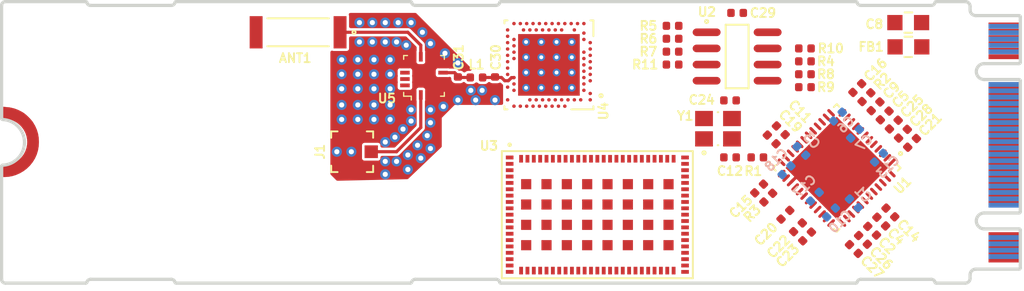
<source format=kicad_pcb>
(kicad_pcb (version 20171130) (host pcbnew 5.1.9)
  (layers (0 F.Cu signal) (1 In1.Cu power) (2 In2.Cu power) (31 B.Cu mixed) (34 B.Paste user) (35 F.Paste user) (36 B.SilkS user) (37 F.SilkS user) (38 B.Mask user) (39 F.Mask user) (44 Edge.Cuts user))
  (net 0 "")
  (net 1 1V0)
  (net 2 GND)
  (net 3 3V3)
  (net 4 "Net-(C13-Pad1)")
  (net 5 "Net-(C12-Pad1)")
  (net 6 "Net-(C24-Pad1)")
  (net 7 PETX_N)
  (net 8 "Net-(C25-Pad2)")
  (net 9 Aux_USB3_Tx_N)
  (net 10 "Net-(C26-Pad2)")
  (net 11 Aux_USB3_Tx_P)
  (net 12 "Net-(C27-Pad2)")
  (net 13 PETX_P)
  (net 14 "Net-(C28-Pad2)")
  (net 15 "Net-(R1-Pad2)")
  (net 16 "Net-(R2-Pad1)")
  (net 17 "Net-(R3-Pad1)")
  (net 18 "Net-(R4-Pad1)")
  (net 19 "Net-(R5-Pad2)")
  (net 20 "Net-(R7-Pad2)")
  (net 21 "Net-(R8-Pad2)")
  (net 22 "Net-(R10-Pad2)")
  (net 23 "Net-(R11-Pad2)")
  (net 24 PECLK_P)
  (net 25 PECLK_N)
  (net 26 PERX_P)
  (net 27 PERX_N)
  (net 28 ~PECREQ)
  (net 29 "Net-(U1-Pad17)")
  (net 30 "Net-(U1-Pad18)")
  (net 31 "Net-(U1-Pad19)")
  (net 32 "Net-(U1-Pad20)")
  (net 33 "Net-(U1-Pad28)")
  (net 34 "Net-(U1-Pad29)")
  (net 35 "Net-(U1-Pad31)")
  (net 36 "Net-(U1-Pad32)")
  (net 37 Radio_USB_P)
  (net 38 Radio_USB_N)
  (net 39 Aux_USB3_Rx_P)
  (net 40 Aux_USB3_Rx_N)
  (net 41 Aux_USB3_P)
  (net 42 Aux_USB3_N)
  (net 43 "Net-(U1-Pad46)")
  (net 44 ~PERST)
  (net 45 ~PEWAKE)
  (net 46 "Net-(U3-Pad5)")
  (net 47 "Net-(U3-Pad4)")
  (net 48 VIN)
  (net 49 "Net-(U3-Pad7)")
  (net 50 "Net-(U3-Pad8)")
  (net 51 "Net-(U3-Pad10)")
  (net 52 "Net-(U3-Pad11)")
  (net 53 "Net-(U3-Pad13)")
  (net 54 "Net-(U3-Pad14)")
  (net 55 "Net-(U3-Pad37)")
  (net 56 "Net-(U3-Pad49)")
  (net 57 "Net-(U3-Pad53)")
  (net 58 "Net-(U3-Pad54)")
  (net 59 "Net-(U3-Pad76)")
  (net 60 "Net-(U3-Pad77)")
  (net 61 "Net-(U3-Pad78)")
  (net 62 "Net-(U3-Pad82)")
  (net 63 "Net-(U3-Pad83)")
  (net 64 "Net-(U4-PadA8)")
  (net 65 "Net-(U4-PadA10)")
  (net 66 "Net-(U4-PadA12)")
  (net 67 "Net-(U4-PadA14)")
  (net 68 "Net-(U4-PadA16)")
  (net 69 "Net-(U4-PadA18)")
  (net 70 "Net-(U4-PadA20)")
  (net 71 "Net-(U4-PadA22)")
  (net 72 "Net-(U4-PadA23)")
  (net 73 "Net-(U4-PadB1)")
  (net 74 "Net-(U4-PadB24)")
  (net 75 "Net-(U4-PadB3)")
  (net 76 "Net-(U4-PadB5)")
  (net 77 "Net-(U4-PadB9)")
  (net 78 "Net-(U4-PadB11)")
  (net 79 "Net-(U4-PadB13)")
  (net 80 "Net-(U4-PadB15)")
  (net 81 "Net-(U4-PadB17)")
  (net 82 "Net-(U4-PadB19)")
  (net 83 "Net-(U4-PadC1)")
  (net 84 "Net-(U4-PadD2)")
  (net 85 "Net-(U4-PadD23)")
  (net 86 "Net-(U4-PadF2)")
  (net 87 "Net-(U4-PadG1)")
  (net 88 "Net-(U4-PadH2)")
  (net 89 "Net-(U4-PadJ1)")
  (net 90 "Net-(U4-PadJ24)")
  (net 91 "Net-(U4-PadK2)")
  (net 92 "Net-(U4-PadL1)")
  (net 93 "Net-(U4-PadL24)")
  (net 94 "Net-(U4-PadM2)")
  (net 95 "Net-(U4-PadN1)")
  (net 96 "Net-(U4-PadN24)")
  (net 97 "Net-(U4-PadP2)")
  (net 98 "Net-(U4-PadP23)")
  (net 99 "Net-(U4-PadR1)")
  (net 100 "Net-(U4-PadR24)")
  (net 101 "Net-(U4-PadT2)")
  (net 102 "Net-(U4-PadT23)")
  (net 103 "Net-(U4-PadU1)")
  (net 104 "Net-(U4-PadU24)")
  (net 105 "Net-(U4-PadV23)")
  (net 106 "Net-(U4-PadW1)")
  (net 107 "Net-(U4-PadW24)")
  (net 108 "Net-(U4-PadY2)")
  (net 109 "Net-(U4-PadY23)")
  (net 110 "Net-(U4-PadAA24)")
  (net 111 "Net-(U4-PadAB2)")
  (net 112 "Net-(U4-PadAC5)")
  (net 113 "Net-(U4-PadAC9)")
  (net 114 "Net-(U4-PadAC11)")
  (net 115 "Net-(U4-PadAC13)")
  (net 116 "Net-(U4-PadAC15)")
  (net 117 "Net-(U4-PadAC17)")
  (net 118 "Net-(U4-PadAC19)")
  (net 119 "Net-(U4-PadAC21)")
  (net 120 "Net-(U4-PadAC24)")
  (net 121 "Net-(U4-PadAD2)")
  (net 122 "Net-(U4-PadAD4)")
  (net 123 "Net-(U4-PadAD6)")
  (net 124 "Net-(U4-PadAD8)")
  (net 125 "Net-(U4-PadAD10)")
  (net 126 "Net-(U4-PadAD12)")
  (net 127 "Net-(U4-PadAD14)")
  (net 128 "Net-(U4-PadAD16)")
  (net 129 "Net-(U4-PadAD18)")
  (net 130 "Net-(U4-PadAD20)")
  (net 131 "Net-(U4-PadAD22)")
  (net 132 "Net-(U4-PadAD23)")
  (net 133 "Net-(ANT1-Pad1)")
  (net 134 "Net-(ANT1-Pad2)")
  (net 135 "Net-(J1-Pad2)")
  (net 136 "Net-(J2-Pad75)")
  (net 137 "Net-(J2-Pad74)")
  (net 138 "Net-(J2-Pad73)")
  (net 139 "Net-(J2-Pad72)")
  (net 140 "Net-(J2-Pad71)")
  (net 141 "Net-(J2-Pad70)")
  (net 142 "Net-(J2-Pad69)")
  (net 143 "Net-(J2-Pad68)")
  (net 144 "Net-(J2-Pad67)")
  (net 145 "Net-(J2-Pad58)")
  (net 146 "Net-(J2-Pad57)")
  (net 147 "Net-(J2-Pad56)")
  (net 148 "Net-(J2-Pad51)")
  (net 149 "Net-(J2-Pad48)")
  (net 150 "Net-(J2-Pad46)")
  (net 151 "Net-(J2-Pad45)")
  (net 152 "Net-(J2-Pad44)")
  (net 153 "Net-(J2-Pad42)")
  (net 154 "Net-(J2-Pad40)")
  (net 155 "Net-(J2-Pad39)")
  (net 156 "Net-(J2-Pad38)")
  (net 157 "Net-(J2-Pad37)")
  (net 158 "Net-(J2-Pad36)")
  (net 159 "Net-(J2-Pad35)")
  (net 160 "Net-(J2-Pad34)")
  (net 161 "Net-(J2-Pad33)")
  (net 162 "Net-(J2-Pad32)")
  (net 163 "Net-(J2-Pad31)")
  (net 164 "Net-(J2-Pad30)")
  (net 165 "Net-(J2-Pad29)")
  (net 166 "Net-(J2-Pad28)")
  (net 167 "Net-(J2-Pad27)")
  (net 168 "Net-(J2-Pad26)")
  (net 169 "Net-(J2-Pad25)")
  (net 170 "Net-(J2-Pad24)")
  (net 171 "Net-(J2-Pad23)")
  (net 172 "Net-(J2-Pad22)")
  (net 173 "Net-(J2-Pad21)")
  (net 174 "Net-(J2-Pad20)")
  (net 175 "Net-(J2-Pad11)")
  (net 176 "Net-(J2-Pad10)")
  (net 177 "Net-(J2-Pad9)")
  (net 178 "Net-(J2-Pad8)")
  (net 179 "Net-(J2-Pad7)")
  (net 180 "Net-(J2-Pad6)")
  (net 181 "Net-(J2-Pad5)")
  (net 182 "Net-(J2-Pad4)")
  (net 183 "Net-(J2-Pad3)")
  (net 184 "Net-(J2-Pad2)")
  (net 185 "Net-(J2-Pad1)")
  (net 186 "Net-(C30-Pad1)")
  (net 187 "Net-(C31-Pad1)")
  (net 188 "Net-(U5-Pad14)")
  (net 189 "Net-(U5-Pad15)")
  (net 190 "Net-(U5-Pad16)")
  (module "pcie-radio-module:M.2 Stud" (layer F.Cu) (at 115.316 102.4255)
    (fp_text reference REF** hide)
    (fp_text value "M.2 Stud" hide)
    (fp_poly (pts (xy -0.302041 -2.695091) (xy 0.043311 -2.659551) (xy 0.376402 -2.583502) (xy 0.696897 -2.467055) (xy 1.00446 -2.31032) (xy 1.152999 -2.217072) (xy 1.259224 -2.137526) (xy 1.380846 -2.032732) (xy 1.508664 -1.911892) (xy 1.633473 -1.784209) (xy 1.746071 -1.658887) (xy 1.837255 -1.545128) (xy 1.866739 -1.503332) (xy 2.04139 -1.20942) (xy 2.174932 -0.909913) (xy 2.268557 -0.600902) (xy 2.323454 -0.278481) (xy 2.340829 0.05225) (xy 2.321292 0.402826) (xy 2.262808 0.736819) (xy 2.165344 1.054313) (xy 2.028868 1.355391) (xy 1.853348 1.640139) (xy 1.638751 1.908639) (xy 1.607556 1.942814) (xy 1.377678 2.16216) (xy 1.122155 2.353912) (xy 0.846357 2.515647) (xy 0.555653 2.644943) (xy 0.255412 2.739377) (xy -0.048996 2.796526) (xy -0.323208 2.814081) (xy -0.476666 2.8145) (xy -0.476666 1.910173) (xy -0.312625 1.895747) (xy -0.024454 1.851934) (xy 0.242632 1.773402) (xy 0.486376 1.660898) (xy 0.59491 1.594725) (xy 0.812521 1.426601) (xy 0.99762 1.235092) (xy 1.149861 1.024023) (xy 1.268896 0.797222) (xy 1.354378 0.558513) (xy 1.40596 0.311725) (xy 1.423295 0.060682) (xy 1.406036 -0.190789) (xy 1.353836 -0.438861) (xy 1.266348 -0.679708) (xy 1.143225 -0.909504) (xy 0.984119 -1.124423) (xy 0.853959 -1.261297) (xy 0.720571 -1.379819) (xy 0.591273 -1.474434) (xy 0.448738 -1.556908) (xy 0.341918 -1.609055) (xy 0.137263 -1.691202) (xy -0.06356 -1.743559) (xy -0.280604 -1.771285) (xy -0.291458 -1.772063) (xy -0.476666 -1.784933) (xy -0.476666 -2.702669) (xy -0.302041 -2.695091)) (layer F.Cu) (width 0.01))
  )
  (module pcie-radio-module:VFQFN-16-1EP_3x3mm (layer F.Cu) (at 147.955 97.282 90)
    (fp_text reference U5 (at -1.778 -2.921 180) (layer F.SilkS) (effects (font (size 0.7 0.7))))
    (fp_text value PE42423MLBA-Z)
    (pad 5 smd rect (at -0.75 1.5 90) (size 0.3 0.75) (layers F.Cu F.Paste F.Mask) (net 2 GND))
    (pad 1 smd rect (at -1.5 -0.75 90) (size 0.75 0.3) (layers F.Cu F.Paste F.Mask) (net 2 GND))
    (pad 2 smd rect (at -1.5 -0.25 90) (size 0.75 0.3) (layers F.Cu F.Paste F.Mask) (net 135 "Net-(J1-Pad2)"))
    (pad 3 smd rect (at -1.5 0.25 90) (size 0.75 0.3) (layers F.Cu F.Paste F.Mask) (net 2 GND))
    (pad 4 smd rect (at -1.5 0.75 90) (size 0.75 0.3) (layers F.Cu F.Paste F.Mask) (net 2 GND))
    (pad 6 smd rect (at -0.25 1.5 90) (size 0.3 0.75) (layers F.Cu F.Paste F.Mask) (net 2 GND))
    (pad 7 smd rect (at 0.25 1.5 90) (size 0.3 0.75) (layers F.Cu F.Paste F.Mask) (net 187 "Net-(C31-Pad1)"))
    (pad 8 smd rect (at 0.75 1.5 90) (size 0.3 0.75) (layers F.Cu F.Paste F.Mask) (net 2 GND))
    (pad 9 smd rect (at 1.5 0.75 90) (size 0.75 0.3) (layers F.Cu F.Paste F.Mask) (net 2 GND))
    (pad 10 smd rect (at 1.5 0.25 90) (size 0.75 0.3) (layers F.Cu F.Paste F.Mask) (net 2 GND))
    (pad 11 smd rect (at 1.5 -0.25 90) (size 0.75 0.3) (layers F.Cu F.Paste F.Mask) (net 133 "Net-(ANT1-Pad1)"))
    (pad 12 smd rect (at 1.5 -0.75 90) (size 0.75 0.3) (layers F.Cu F.Paste F.Mask) (net 2 GND))
    (pad 13 smd rect (at 0.75 -1.5 90) (size 0.3 0.75) (layers F.Cu F.Paste F.Mask) (net 2 GND))
    (pad 14 smd rect (at 0.25 -1.5 90) (size 0.3 0.75) (layers F.Cu F.Paste F.Mask) (net 188 "Net-(U5-Pad14)"))
    (pad 15 smd rect (at -0.25 -1.5 90) (size 0.3 0.75) (layers F.Cu F.Paste F.Mask) (net 189 "Net-(U5-Pad15)"))
    (pad 16 smd rect (at -0.75 -1.5 90) (size 0.3 0.75) (layers F.Cu F.Paste F.Mask) (net 190 "Net-(U5-Pad16)"))
    (pad 17 smd rect (at 0 0 90) (size 1.75 1.75) (layers F.Cu F.Paste F.Mask) (net 2 GND))
  )
  (module pcie-radio-module:0402-res (layer F.Cu) (at 152.0825 97.409 180)
    (fp_text reference L1 (at 0 1.016) (layer F.SilkS) (effects (font (size 0.7 0.7))))
    (fp_text value RF_Inductor)
    (pad 1 smd roundrect (at -0.485 0 180) (size 0.59 0.64) (layers F.Cu F.Paste F.Mask) (net 186 "Net-(C30-Pad1)"))
    (pad 2 smd roundrect (at 0.485 0 180) (size 0.59 0.64) (layers F.Cu F.Paste F.Mask) (net 187 "Net-(C31-Pad1)"))
  )
  (module pcie-radio-module:0402-cap (layer F.Cu) (at 150.622 97.8535 270)
    (fp_text reference C31 (at -2.032 -0.0635 90) (layer F.SilkS) (effects (font (size 0.7 0.7))))
    (fp_text value RF_Capacitor)
    (pad 1 smd roundrect (at -0.485 0 270) (size 0.59 0.64) (layers F.Cu F.Paste F.Mask) (net 187 "Net-(C31-Pad1)"))
    (pad 2 smd roundrect (at 0.485 0 270) (size 0.59 0.64) (layers F.Cu F.Paste F.Mask) (net 2 GND))
  )
  (module pcie-radio-module:0402-cap (layer F.Cu) (at 153.543 97.8535 270)
    (fp_text reference C30 (at -2.032 -0.0635 90) (layer F.SilkS) (effects (font (size 0.7 0.7))))
    (fp_text value RF_Capacitor)
    (pad 1 smd roundrect (at -0.485 0 270) (size 0.59 0.64) (layers F.Cu F.Paste F.Mask) (net 186 "Net-(C30-Pad1)"))
    (pad 2 smd roundrect (at 0.485 0 270) (size 0.59 0.64) (layers F.Cu F.Paste F.Mask) (net 2 GND))
  )
  (module "pcie-radio-module:M.2 M+B Keys" (layer F.Cu) (at 194.9234 96.9576)
    (fp_text reference J2 hide)
    (fp_text value M.2-M+B-Pins)
    (pad 75 smd rect (at -1.35 14.815) (size 2.4 0.38) (layers F.Cu F.Mask) (net 136 "Net-(J2-Pad75)"))
    (pad 74 smd rect (at -1.35 14.545) (size 2.4 0.38) (layers B.Cu B.Mask) (net 137 "Net-(J2-Pad74)"))
    (pad 73 smd rect (at -1.35 14.315) (size 2.4 0.38) (layers F.Cu F.Mask) (net 138 "Net-(J2-Pad73)"))
    (pad 72 smd rect (at -1.35 14.045) (size 2.4 0.38) (layers B.Cu B.Mask) (net 139 "Net-(J2-Pad72)"))
    (pad 71 smd rect (at -1.35 13.815) (size 2.4 0.38) (layers F.Cu F.Mask) (net 140 "Net-(J2-Pad71)"))
    (pad 70 smd rect (at -1.35 13.545) (size 2.4 0.38) (layers B.Cu B.Mask) (net 141 "Net-(J2-Pad70)"))
    (pad 69 smd rect (at -1.35 13.315) (size 2.4 0.38) (layers F.Cu F.Mask) (net 142 "Net-(J2-Pad69)"))
    (pad 68 smd rect (at -1.35 13.045) (size 2.4 0.38) (layers B.Cu B.Mask) (net 143 "Net-(J2-Pad68)"))
    (pad 67 smd rect (at -1.35 12.815) (size 2.4 0.38) (layers F.Cu F.Mask) (net 144 "Net-(J2-Pad67)"))
    (pad 58 smd rect (at -1.35 10.5) (size 2.4 0.38) (layers B.Cu B.Mask) (net 145 "Net-(J2-Pad58)"))
    (pad 57 smd rect (at -1.35 10.315) (size 2.4 0.38) (layers F.Cu F.Mask) (net 146 "Net-(J2-Pad57)"))
    (pad 56 smd rect (at -1.35 10) (size 2.4 0.38) (layers B.Cu B.Mask) (net 147 "Net-(J2-Pad56)"))
    (pad 55 smd rect (at -1.35 9.815) (size 2.4 0.38) (layers F.Cu F.Mask) (net 24 PECLK_P))
    (pad 54 smd rect (at -1.35 9.5) (size 2.4 0.38) (layers B.Cu B.Mask) (net 45 ~PEWAKE))
    (pad 53 smd rect (at -1.35 9.315) (size 2.4 0.38) (layers F.Cu F.Mask) (net 25 PECLK_N))
    (pad 52 smd rect (at -1.35 9) (size 2.4 0.38) (layers B.Cu B.Mask) (net 28 ~PECREQ))
    (pad 51 smd rect (at -1.35 8.815) (size 2.4 0.38) (layers F.Cu F.Mask) (net 148 "Net-(J2-Pad51)"))
    (pad 50 smd rect (at -1.35 8.5) (size 2.4 0.38) (layers B.Cu B.Mask) (net 44 ~PERST))
    (pad 49 smd rect (at -1.35 8.315) (size 2.4 0.38) (layers F.Cu F.Mask) (net 13 PETX_P))
    (pad 48 smd rect (at -1.35 8) (size 2.4 0.38) (layers B.Cu B.Mask) (net 149 "Net-(J2-Pad48)"))
    (pad 47 smd rect (at -1.35 7.815) (size 2.4 0.38) (layers F.Cu F.Mask) (net 7 PETX_N))
    (pad 46 smd rect (at -1.35 7.5) (size 2.4 0.38) (layers B.Cu B.Mask) (net 150 "Net-(J2-Pad46)"))
    (pad 45 smd rect (at -1.35 7.315) (size 2.4 0.38) (layers F.Cu F.Mask) (net 151 "Net-(J2-Pad45)"))
    (pad 44 smd rect (at -1.35 7) (size 2.4 0.38) (layers B.Cu B.Mask) (net 152 "Net-(J2-Pad44)"))
    (pad 43 smd rect (at -1.35 6.815) (size 2.4 0.38) (layers F.Cu F.Mask) (net 26 PERX_P))
    (pad 42 smd rect (at -1.35 6.5) (size 2.4 0.38) (layers B.Cu B.Mask) (net 153 "Net-(J2-Pad42)"))
    (pad 41 smd rect (at -1.35 6.315) (size 2.4 0.38) (layers F.Cu F.Mask) (net 27 PERX_N))
    (pad 40 smd rect (at -1.35 6) (size 2.4 0.38) (layers B.Cu B.Mask) (net 154 "Net-(J2-Pad40)"))
    (pad 39 smd rect (at -1.35 5.815) (size 2.4 0.38) (layers F.Cu F.Mask) (net 155 "Net-(J2-Pad39)"))
    (pad 38 smd rect (at -1.35 5.5) (size 2.4 0.38) (layers B.Cu B.Mask) (net 156 "Net-(J2-Pad38)"))
    (pad 37 smd rect (at -1.35 5.315) (size 2.4 0.38) (layers F.Cu F.Mask) (net 157 "Net-(J2-Pad37)"))
    (pad 36 smd rect (at -1.35 5) (size 2.4 0.38) (layers B.Cu B.Mask) (net 158 "Net-(J2-Pad36)"))
    (pad 35 smd rect (at -1.35 4.815) (size 2.4 0.38) (layers F.Cu F.Mask) (net 159 "Net-(J2-Pad35)"))
    (pad 34 smd rect (at -1.35 4.5) (size 2.4 0.38) (layers B.Cu B.Mask) (net 160 "Net-(J2-Pad34)"))
    (pad 33 smd rect (at -1.35 4.315) (size 2.4 0.38) (layers F.Cu F.Mask) (net 161 "Net-(J2-Pad33)"))
    (pad 32 smd rect (at -1.35 4) (size 2.4 0.38) (layers B.Cu B.Mask) (net 162 "Net-(J2-Pad32)"))
    (pad 31 smd rect (at -1.35 3.815) (size 2.4 0.38) (layers F.Cu F.Mask) (net 163 "Net-(J2-Pad31)"))
    (pad 30 smd rect (at -1.35 3.5) (size 2.4 0.38) (layers B.Cu B.Mask) (net 164 "Net-(J2-Pad30)"))
    (pad 29 smd rect (at -1.35 3.315) (size 2.4 0.38) (layers F.Cu F.Mask) (net 165 "Net-(J2-Pad29)"))
    (pad 28 smd rect (at -1.35 3) (size 2.4 0.38) (layers B.Cu B.Mask) (net 166 "Net-(J2-Pad28)"))
    (pad 27 smd rect (at -1.35 2.815) (size 2.4 0.38) (layers F.Cu F.Mask) (net 167 "Net-(J2-Pad27)"))
    (pad 26 smd rect (at -1.35 2.5) (size 2.4 0.38) (layers B.Cu B.Mask) (net 168 "Net-(J2-Pad26)"))
    (pad 25 smd rect (at -1.35 2.315) (size 2.4 0.38) (layers F.Cu F.Mask) (net 169 "Net-(J2-Pad25)"))
    (pad 24 smd rect (at -1.35 2) (size 2.4 0.38) (layers B.Cu B.Mask) (net 170 "Net-(J2-Pad24)"))
    (pad 23 smd rect (at -1.35 1.815) (size 2.4 0.38) (layers F.Cu F.Mask) (net 171 "Net-(J2-Pad23)"))
    (pad 22 smd rect (at -1.35 1.5) (size 2.4 0.38) (layers B.Cu B.Mask) (net 172 "Net-(J2-Pad22)"))
    (pad 21 smd rect (at -1.35 1.315) (size 2.4 0.38) (layers F.Cu F.Mask) (net 173 "Net-(J2-Pad21)"))
    (pad 20 smd rect (at -1.35 1) (size 2.4 0.38) (layers B.Cu B.Mask) (net 174 "Net-(J2-Pad20)"))
    (pad 11 smd rect (at -1.35 -1.18) (size 2.4 0.38) (layers F.Cu F.Mask) (net 175 "Net-(J2-Pad11)"))
    (pad 10 smd rect (at -1.35 -1.57) (size 2.4 0.38) (layers B.Cu B.Mask) (net 176 "Net-(J2-Pad10)"))
    (pad 9 smd rect (at -1.35 -1.68) (size 2.4 0.38) (layers F.Cu F.Mask) (net 177 "Net-(J2-Pad9)"))
    (pad 8 smd rect (at -1.35 -2.07) (size 2.4 0.38) (layers B.Cu B.Mask) (net 178 "Net-(J2-Pad8)"))
    (pad 7 smd rect (at -1.35 -2.18) (size 2.4 0.38) (layers F.Cu F.Mask) (net 179 "Net-(J2-Pad7)"))
    (pad 6 smd rect (at -1.35 -2.57) (size 2.4 0.38) (layers B.Cu B.Mask) (net 180 "Net-(J2-Pad6)"))
    (pad 5 smd rect (at -1.35 -2.68) (size 2.4 0.38) (layers F.Cu F.Mask) (net 181 "Net-(J2-Pad5)"))
    (pad 4 smd rect (at -1.35 -3.07) (size 2.4 0.38) (layers B.Cu B.Mask) (net 182 "Net-(J2-Pad4)"))
    (pad 3 smd rect (at -1.35 -3.18) (size 2.4 0.38) (layers F.Cu F.Mask) (net 183 "Net-(J2-Pad3)"))
    (pad 2 smd rect (at -1.35 -3.57) (size 2.4 0.38) (layers B.Cu B.Mask) (net 184 "Net-(J2-Pad2)"))
    (pad 1 smd rect (at -1.35 -3.68) (size 2.4 0.38) (layers F.Cu F.Mask) (net 185 "Net-(J2-Pad1)"))
  )
  (module pcie-radio-module:Linx-ANT-2.45-CHP-T-MFG (layer F.Cu) (at 138.049 93.853 180)
    (fp_text reference ANT1 (at -1.143 -2.032) (layer F.SilkS) (effects (font (size 0.7 0.7)) (justify right)))
    (fp_text value ANT-2.45-CHP-T)
    (pad 1 smd rect (at -3.302 0 180) (size 1.016 2.54) (layers F.Cu F.Paste F.Mask) (net 133 "Net-(ANT1-Pad1)"))
    (pad 2 smd rect (at 3.302 0 180) (size 1.016 2.54) (layers F.Cu F.Paste F.Mask) (net 134 "Net-(ANT1-Pad2)"))
  )
  (module pcie-radio-module:Coax_Conn_U.FL (layer F.Cu) (at 142.3035 103.251 90)
    (fp_text reference J1 (at 0 -2.53 90) (layer F.SilkS) (effects (font (size 0.7 0.7))))
    (fp_text value U_FL-R-SMT_10_)
    (pad 2 smd rect (at 0 1.5 90) (size 1 1.05) (layers F.Cu F.Paste F.Mask) (net 135 "Net-(J1-Pad2)"))
    (pad 1 smd rect (at -1.475 0 90) (size 1.05 2.2) (layers F.Cu F.Paste F.Mask) (net 2 GND))
    (pad 1 smd rect (at 1.475 0 90) (size 1.05 2.2) (layers F.Cu F.Paste F.Mask) (net 2 GND))
  )
  (module pcie-radio-module:Nordic_Semiconductor-NRF52840-QIAA-R-0-0-MFG (layer F.Cu) (at 157.7848 96.4184 180)
    (fp_text reference U4 (at -4.2926 -4.4323 270) (layer F.SilkS) (effects (font (size 0.7 0.7)) (justify left)))
    (fp_text value NRF52840)
    (pad 1 smd rect (at 0 0 180) (size 4.85 4.85) (layers F.Cu F.Paste F.Mask) (net 2 GND))
    (pad A8 smd circle (at -1.25 -3.25 180) (size 0.275 0.275) (layers F.Cu F.Paste F.Mask) (net 64 "Net-(U4-PadA8)"))
    (pad A10 smd circle (at -0.75 -3.25 180) (size 0.275 0.275) (layers F.Cu F.Paste F.Mask) (net 65 "Net-(U4-PadA10)"))
    (pad A12 smd circle (at -0.25 -3.25 180) (size 0.275 0.275) (layers F.Cu F.Paste F.Mask) (net 66 "Net-(U4-PadA12)"))
    (pad A14 smd circle (at 0.25 -3.25 180) (size 0.275 0.275) (layers F.Cu F.Paste F.Mask) (net 67 "Net-(U4-PadA14)"))
    (pad A16 smd circle (at 0.75 -3.25 180) (size 0.275 0.275) (layers F.Cu F.Paste F.Mask) (net 68 "Net-(U4-PadA16)"))
    (pad A18 smd circle (at 1.25 -3.25 180) (size 0.275 0.275) (layers F.Cu F.Paste F.Mask) (net 69 "Net-(U4-PadA18)"))
    (pad A20 smd circle (at 1.75 -3.25 180) (size 0.275 0.275) (layers F.Cu F.Paste F.Mask) (net 70 "Net-(U4-PadA20)"))
    (pad A22 smd circle (at 2.25 -3.25 180) (size 0.275 0.275) (layers F.Cu F.Paste F.Mask) (net 71 "Net-(U4-PadA22)"))
    (pad A23 smd circle (at 2.75 -3.25 180) (size 0.275 0.275) (layers F.Cu F.Paste F.Mask) (net 72 "Net-(U4-PadA23)"))
    (pad B1 smd circle (at -3.25 -2.75 180) (size 0.275 0.275) (layers F.Cu F.Paste F.Mask) (net 73 "Net-(U4-PadB1)"))
    (pad B24 smd circle (at 3.25 -2.75 180) (size 0.275 0.275) (layers F.Cu F.Paste F.Mask) (net 74 "Net-(U4-PadB24)"))
    (pad B3 smd circle (at -2.5 -2.75 180) (size 0.275 0.275) (layers F.Cu F.Paste F.Mask) (net 75 "Net-(U4-PadB3)"))
    (pad B5 smd circle (at -2 -2.75 180) (size 0.275 0.275) (layers F.Cu F.Paste F.Mask) (net 76 "Net-(U4-PadB5)"))
    (pad B7 smd circle (at -1.5 -2.75 180) (size 0.275 0.275) (layers F.Cu F.Paste F.Mask) (net 2 GND))
    (pad B9 smd circle (at -1 -2.75 180) (size 0.275 0.275) (layers F.Cu F.Paste F.Mask) (net 77 "Net-(U4-PadB9)"))
    (pad B11 smd circle (at -0.5 -2.75 180) (size 0.275 0.275) (layers F.Cu F.Paste F.Mask) (net 78 "Net-(U4-PadB11)"))
    (pad B13 smd circle (at 0 -2.75 180) (size 0.275 0.275) (layers F.Cu F.Paste F.Mask) (net 79 "Net-(U4-PadB13)"))
    (pad B15 smd circle (at 0.5 -2.75 180) (size 0.275 0.275) (layers F.Cu F.Paste F.Mask) (net 80 "Net-(U4-PadB15)"))
    (pad B17 smd circle (at 1 -2.75 180) (size 0.275 0.275) (layers F.Cu F.Paste F.Mask) (net 81 "Net-(U4-PadB17)"))
    (pad B19 smd circle (at 1.5 -2.75 180) (size 0.275 0.275) (layers F.Cu F.Paste F.Mask) (net 82 "Net-(U4-PadB19)"))
    (pad C1 smd circle (at -3.25 -2.25 180) (size 0.275 0.275) (layers F.Cu F.Paste F.Mask) (net 83 "Net-(U4-PadC1)"))
    (pad D2 smd circle (at -2.75 -2 180) (size 0.275 0.275) (layers F.Cu F.Paste F.Mask) (net 84 "Net-(U4-PadD2)"))
    (pad D23 smd circle (at 2.75 -2 180) (size 0.275 0.275) (layers F.Cu F.Paste F.Mask) (net 85 "Net-(U4-PadD23)"))
    (pad E24 smd circle (at 3.25 -1.75 180) (size 0.275 0.275) (layers F.Cu F.Paste F.Mask) (net 76 "Net-(U4-PadB5)"))
    (pad F2 smd circle (at -2.75 -1.5 180) (size 0.275 0.275) (layers F.Cu F.Paste F.Mask) (net 86 "Net-(U4-PadF2)"))
    (pad F23 smd circle (at 2.75 -1.5 180) (size 0.275 0.275) (layers F.Cu F.Paste F.Mask) (net 2 GND))
    (pad G1 smd circle (at -3.25 -1.25 180) (size 0.275 0.275) (layers F.Cu F.Paste F.Mask) (net 87 "Net-(U4-PadG1)"))
    (pad H2 smd circle (at -2.75 -1 180) (size 0.275 0.275) (layers F.Cu F.Paste F.Mask) (net 88 "Net-(U4-PadH2)"))
    (pad H23 smd circle (at 2.75 -1 180) (size 0.275 0.275) (layers F.Cu F.Paste F.Mask) (net 186 "Net-(C30-Pad1)"))
    (pad J1 smd circle (at -3.25 -0.75 180) (size 0.275 0.275) (layers F.Cu F.Paste F.Mask) (net 89 "Net-(U4-PadJ1)"))
    (pad J24 smd circle (at 3.25 -0.75 180) (size 0.275 0.275) (layers F.Cu F.Paste F.Mask) (net 90 "Net-(U4-PadJ24)"))
    (pad K2 smd circle (at -2.75 -0.5 180) (size 0.275 0.275) (layers F.Cu F.Paste F.Mask) (net 91 "Net-(U4-PadK2)"))
    (pad L1 smd circle (at -3.25 -0.25 180) (size 0.275 0.275) (layers F.Cu F.Paste F.Mask) (net 92 "Net-(U4-PadL1)"))
    (pad L24 smd circle (at 3.25 -0.25 180) (size 0.275 0.275) (layers F.Cu F.Paste F.Mask) (net 93 "Net-(U4-PadL24)"))
    (pad M2 smd circle (at -2.75 0 180) (size 0.275 0.275) (layers F.Cu F.Paste F.Mask) (net 94 "Net-(U4-PadM2)"))
    (pad N1 smd circle (at -3.25 0.25 180) (size 0.275 0.275) (layers F.Cu F.Paste F.Mask) (net 95 "Net-(U4-PadN1)"))
    (pad N24 smd circle (at 3.25 0.25 180) (size 0.275 0.275) (layers F.Cu F.Paste F.Mask) (net 96 "Net-(U4-PadN24)"))
    (pad P2 smd circle (at -2.75 0.5 180) (size 0.275 0.275) (layers F.Cu F.Paste F.Mask) (net 97 "Net-(U4-PadP2)"))
    (pad P23 smd circle (at 2.75 0.5 180) (size 0.275 0.275) (layers F.Cu F.Paste F.Mask) (net 98 "Net-(U4-PadP23)"))
    (pad R1 smd circle (at -3.25 0.75 180) (size 0.275 0.275) (layers F.Cu F.Paste F.Mask) (net 99 "Net-(U4-PadR1)"))
    (pad R24 smd circle (at 3.25 0.75 180) (size 0.275 0.275) (layers F.Cu F.Paste F.Mask) (net 100 "Net-(U4-PadR24)"))
    (pad T2 smd circle (at -2.75 1 180) (size 0.275 0.275) (layers F.Cu F.Paste F.Mask) (net 101 "Net-(U4-PadT2)"))
    (pad T23 smd circle (at 2.75 1 180) (size 0.275 0.275) (layers F.Cu F.Paste F.Mask) (net 102 "Net-(U4-PadT23)"))
    (pad U1 smd circle (at -3.25 1.25 180) (size 0.275 0.275) (layers F.Cu F.Paste F.Mask) (net 103 "Net-(U4-PadU1)"))
    (pad U24 smd circle (at 3.25 1.25 180) (size 0.275 0.275) (layers F.Cu F.Paste F.Mask) (net 104 "Net-(U4-PadU24)"))
    (pad V23 smd circle (at 2.75 1.5 180) (size 0.275 0.275) (layers F.Cu F.Paste F.Mask) (net 105 "Net-(U4-PadV23)"))
    (pad W1 smd circle (at -3.25 1.75 180) (size 0.275 0.275) (layers F.Cu F.Paste F.Mask) (net 106 "Net-(U4-PadW1)"))
    (pad W24 smd circle (at 3.25 1.75 180) (size 0.275 0.275) (layers F.Cu F.Paste F.Mask) (net 107 "Net-(U4-PadW24)"))
    (pad Y2 smd circle (at -2.75 2 180) (size 0.275 0.275) (layers F.Cu F.Paste F.Mask) (net 108 "Net-(U4-PadY2)"))
    (pad Y23 smd circle (at 2.75 2 180) (size 0.275 0.275) (layers F.Cu F.Paste F.Mask) (net 109 "Net-(U4-PadY23)"))
    (pad AA24 smd circle (at 3.25 2.25 180) (size 0.275 0.275) (layers F.Cu F.Paste F.Mask) (net 110 "Net-(U4-PadAA24)"))
    (pad AB2 smd circle (at -2.75 2.5 180) (size 0.275 0.275) (layers F.Cu F.Paste F.Mask) (net 111 "Net-(U4-PadAB2)"))
    (pad AC5 smd circle (at -2 2.75 180) (size 0.275 0.275) (layers F.Cu F.Paste F.Mask) (net 112 "Net-(U4-PadAC5)"))
    (pad AC9 smd circle (at -1 2.75 180) (size 0.275 0.275) (layers F.Cu F.Paste F.Mask) (net 113 "Net-(U4-PadAC9)"))
    (pad AC11 smd circle (at -0.5 2.75 180) (size 0.275 0.275) (layers F.Cu F.Paste F.Mask) (net 114 "Net-(U4-PadAC11)"))
    (pad AC13 smd circle (at 0 2.75 180) (size 0.275 0.275) (layers F.Cu F.Paste F.Mask) (net 115 "Net-(U4-PadAC13)"))
    (pad AC15 smd circle (at 0.5 2.75 180) (size 0.275 0.275) (layers F.Cu F.Paste F.Mask) (net 116 "Net-(U4-PadAC15)"))
    (pad AC17 smd circle (at 1 2.75 180) (size 0.275 0.275) (layers F.Cu F.Paste F.Mask) (net 117 "Net-(U4-PadAC17)"))
    (pad AC19 smd circle (at 1.5 2.75 180) (size 0.275 0.275) (layers F.Cu F.Paste F.Mask) (net 118 "Net-(U4-PadAC19)"))
    (pad AC21 smd circle (at 2 2.75 180) (size 0.275 0.275) (layers F.Cu F.Paste F.Mask) (net 119 "Net-(U4-PadAC21)"))
    (pad AC24 smd circle (at 3.25 2.75 180) (size 0.275 0.275) (layers F.Cu F.Paste F.Mask) (net 120 "Net-(U4-PadAC24)"))
    (pad AD2 smd circle (at -2.75 3.25 180) (size 0.275 0.275) (layers F.Cu F.Paste F.Mask) (net 121 "Net-(U4-PadAD2)"))
    (pad AD4 smd circle (at -2.25 3.25 180) (size 0.275 0.275) (layers F.Cu F.Paste F.Mask) (net 122 "Net-(U4-PadAD4)"))
    (pad AD6 smd circle (at -1.75 3.25 180) (size 0.275 0.275) (layers F.Cu F.Paste F.Mask) (net 123 "Net-(U4-PadAD6)"))
    (pad AD8 smd circle (at -1.25 3.25 180) (size 0.275 0.275) (layers F.Cu F.Paste F.Mask) (net 124 "Net-(U4-PadAD8)"))
    (pad AD10 smd circle (at -0.75 3.25 180) (size 0.275 0.275) (layers F.Cu F.Paste F.Mask) (net 125 "Net-(U4-PadAD10)"))
    (pad AD12 smd circle (at -0.25 3.25 180) (size 0.275 0.275) (layers F.Cu F.Paste F.Mask) (net 126 "Net-(U4-PadAD12)"))
    (pad AD14 smd circle (at 0.25 3.25 180) (size 0.275 0.275) (layers F.Cu F.Paste F.Mask) (net 127 "Net-(U4-PadAD14)"))
    (pad AD16 smd circle (at 0.75 3.25 180) (size 0.275 0.275) (layers F.Cu F.Paste F.Mask) (net 128 "Net-(U4-PadAD16)"))
    (pad AD18 smd circle (at 1.25 3.25 180) (size 0.275 0.275) (layers F.Cu F.Paste F.Mask) (net 129 "Net-(U4-PadAD18)"))
    (pad AD20 smd circle (at 1.75 3.25 180) (size 0.275 0.275) (layers F.Cu F.Paste F.Mask) (net 130 "Net-(U4-PadAD20)"))
    (pad AD22 smd circle (at 2.25 3.25 180) (size 0.275 0.275) (layers F.Cu F.Paste F.Mask) (net 131 "Net-(U4-PadAD22)"))
    (pad AD23 smd circle (at 2.75 3.25 180) (size 0.275 0.275) (layers F.Cu F.Paste F.Mask) (net 132 "Net-(U4-PadAD23)"))
    (pad ~ thru_hole circle (at -1.8 -1.8 180) (size 0.61 0.61) (drill 0.305) (layers *.Cu))
    (pad ~ thru_hole circle (at -0.6 -1.8 180) (size 0.61 0.61) (drill 0.305) (layers *.Cu))
    (pad ~ thru_hole circle (at 0.6 -1.8 180) (size 0.61 0.61) (drill 0.305) (layers *.Cu))
    (pad ~ thru_hole circle (at 1.8 -1.8 180) (size 0.61 0.61) (drill 0.305) (layers *.Cu))
    (pad ~ thru_hole circle (at -1.8 -0.6 180) (size 0.61 0.61) (drill 0.305) (layers *.Cu))
    (pad ~ thru_hole circle (at -0.6 -0.6 180) (size 0.61 0.61) (drill 0.305) (layers *.Cu))
    (pad ~ thru_hole circle (at 0.6 -0.6 180) (size 0.61 0.61) (drill 0.305) (layers *.Cu))
    (pad ~ thru_hole circle (at 1.8 -0.6 180) (size 0.61 0.61) (drill 0.305) (layers *.Cu))
    (pad ~ thru_hole circle (at -1.8 0.6 180) (size 0.61 0.61) (drill 0.305) (layers *.Cu))
    (pad ~ thru_hole circle (at -0.6 0.6 180) (size 0.61 0.61) (drill 0.305) (layers *.Cu))
    (pad ~ thru_hole circle (at 0.6 0.6 180) (size 0.61 0.61) (drill 0.305) (layers *.Cu))
    (pad ~ thru_hole circle (at 1.8 0.6 180) (size 0.61 0.61) (drill 0.305) (layers *.Cu))
    (pad ~ thru_hole circle (at -1.8 1.8 180) (size 0.61 0.61) (drill 0.305) (layers *.Cu))
    (pad ~ thru_hole circle (at -0.6 1.8 180) (size 0.61 0.61) (drill 0.305) (layers *.Cu))
    (pad ~ thru_hole circle (at 0.6 1.8 180) (size 0.61 0.61) (drill 0.305) (layers *.Cu))
    (pad ~ thru_hole circle (at 1.8 1.8 180) (size 0.61 0.61) (drill 0.305) (layers *.Cu))
  )
  (module pcie-radio-module:MODULE_G313-06329-00 (layer F.Cu) (at 161.5948 108.204 270)
    (fp_text reference U3 (at -5.416 8.533 180) (layer F.SilkS) (effects (font (size 0.7 0.7))))
    (fp_text value CoralAccelerator)
    (pad 45 smd rect (at 4.5 -6.9 270) (size 0.3 0.6) (layers F.Cu F.Paste F.Mask) (net 2 GND))
    (pad 1 smd rect (at -4.5 6.9 270) (size 0.3 0.6) (layers F.Cu F.Paste F.Mask) (net 2 GND))
    (pad 6 smd rect (at -2 6.9 270) (size 0.3 0.6) (layers F.Cu F.Paste F.Mask) (net 2 GND))
    (pad 5 smd rect (at -2.5 6.9 270) (size 0.3 0.6) (layers F.Cu F.Paste F.Mask) (net 46 "Net-(U3-Pad5)"))
    (pad 4 smd rect (at -3 6.9 270) (size 0.3 0.6) (layers F.Cu F.Paste F.Mask) (net 47 "Net-(U3-Pad4)"))
    (pad 3 smd rect (at -3.5 6.9 270) (size 0.3 0.6) (layers F.Cu F.Paste F.Mask) (net 2 GND))
    (pad 2 smd rect (at -4 6.9 270) (size 0.3 0.6) (layers F.Cu F.Paste F.Mask) (net 2 GND))
    (pad 64 smd rect (at -4.4 -6 270) (size 0.6 0.3) (layers F.Cu F.Paste F.Mask) (net 48 VIN))
    (pad 20 smd rect (at 4.4 6 270) (size 0.6 0.3) (layers F.Cu F.Paste F.Mask) (net 2 GND))
    (pad 101 smd rect (at -0.8 0.8 270) (size 0.8 0.8) (layers F.Cu F.Paste F.Mask) (net 2 GND))
    (pad 100 smd rect (at -0.8 -0.8 270) (size 0.8 0.8) (layers F.Cu F.Paste F.Mask) (net 2 GND))
    (pad 99 smd rect (at -0.8 -2.4 270) (size 0.8 0.8) (layers F.Cu F.Paste F.Mask) (net 2 GND))
    (pad 98 smd rect (at -0.8 -4 270) (size 0.8 0.8) (layers F.Cu F.Paste F.Mask) (net 2 GND))
    (pad 97 smd rect (at -0.8 -5.6 270) (size 0.8 0.8) (layers F.Cu F.Paste F.Mask) (net 2 GND))
    (pad 102 smd rect (at -0.8 2.4 270) (size 0.8 0.8) (layers F.Cu F.Paste F.Mask) (net 2 GND))
    (pad 103 smd rect (at -0.8 4 270) (size 0.8 0.8) (layers F.Cu F.Paste F.Mask) (net 2 GND))
    (pad 104 smd rect (at -0.8 5.6 270) (size 0.8 0.8) (layers F.Cu F.Paste F.Mask) (net 2 GND))
    (pad 93 smd rect (at -2.4 0.8 270) (size 0.8 0.8) (layers F.Cu F.Paste F.Mask) (net 2 GND))
    (pad 92 smd rect (at -2.4 -0.8 270) (size 0.8 0.8) (layers F.Cu F.Paste F.Mask) (net 2 GND))
    (pad 91 smd rect (at -2.4 -2.4 270) (size 0.8 0.8) (layers F.Cu F.Paste F.Mask) (net 2 GND))
    (pad 90 smd rect (at -2.4 -4 270) (size 0.8 0.8) (layers F.Cu F.Paste F.Mask) (net 2 GND))
    (pad 89 smd rect (at -2.4 -5.6 270) (size 0.8 0.8) (layers F.Cu F.Paste F.Mask) (net 2 GND))
    (pad 94 smd rect (at -2.4 2.4 270) (size 0.8 0.8) (layers F.Cu F.Paste F.Mask) (net 2 GND))
    (pad 95 smd rect (at -2.4 4 270) (size 0.8 0.8) (layers F.Cu F.Paste F.Mask) (net 2 GND))
    (pad 96 smd rect (at -2.4 5.6 270) (size 0.8 0.8) (layers F.Cu F.Paste F.Mask) (net 2 GND))
    (pad 109 smd rect (at 0.8 0.8 270) (size 0.8 0.8) (layers F.Cu F.Paste F.Mask) (net 2 GND))
    (pad 108 smd rect (at 0.8 -0.8 270) (size 0.8 0.8) (layers F.Cu F.Paste F.Mask) (net 2 GND))
    (pad 107 smd rect (at 0.8 -2.4 270) (size 0.8 0.8) (layers F.Cu F.Paste F.Mask) (net 2 GND))
    (pad 106 smd rect (at 0.8 -4 270) (size 0.8 0.8) (layers F.Cu F.Paste F.Mask) (net 2 GND))
    (pad 105 smd rect (at 0.8 -5.6 270) (size 0.8 0.8) (layers F.Cu F.Paste F.Mask) (net 2 GND))
    (pad 110 smd rect (at 0.8 2.4 270) (size 0.8 0.8) (layers F.Cu F.Paste F.Mask) (net 2 GND))
    (pad 111 smd rect (at 0.8 4 270) (size 0.8 0.8) (layers F.Cu F.Paste F.Mask) (net 2 GND))
    (pad 112 smd rect (at 0.8 5.6 270) (size 0.8 0.8) (layers F.Cu F.Paste F.Mask) (net 2 GND))
    (pad 117 smd rect (at 2.4 0.8 270) (size 0.8 0.8) (layers F.Cu F.Paste F.Mask) (net 2 GND))
    (pad 116 smd rect (at 2.4 -0.8 270) (size 0.8 0.8) (layers F.Cu F.Paste F.Mask) (net 2 GND))
    (pad 115 smd rect (at 2.4 -2.4 270) (size 0.8 0.8) (layers F.Cu F.Paste F.Mask) (net 2 GND))
    (pad 114 smd rect (at 2.4 -4 270) (size 0.8 0.8) (layers F.Cu F.Paste F.Mask) (net 2 GND))
    (pad 113 smd rect (at 2.4 -5.6 270) (size 0.8 0.8) (layers F.Cu F.Paste F.Mask) (net 2 GND))
    (pad 118 smd rect (at 2.4 2.4 270) (size 0.8 0.8) (layers F.Cu F.Paste F.Mask) (net 2 GND))
    (pad 119 smd rect (at 2.4 4 270) (size 0.8 0.8) (layers F.Cu F.Paste F.Mask) (net 2 GND))
    (pad 120 smd rect (at 2.4 5.6 270) (size 0.8 0.8) (layers F.Cu F.Paste F.Mask) (net 2 GND))
    (pad 7 smd rect (at -1.5 6.9 270) (size 0.3 0.6) (layers F.Cu F.Paste F.Mask) (net 49 "Net-(U3-Pad7)"))
    (pad 8 smd rect (at -1 6.9 270) (size 0.3 0.6) (layers F.Cu F.Paste F.Mask) (net 50 "Net-(U3-Pad8)"))
    (pad 9 smd rect (at -0.5 6.9 270) (size 0.3 0.6) (layers F.Cu F.Paste F.Mask) (net 2 GND))
    (pad 10 smd rect (at 0 6.9 270) (size 0.3 0.6) (layers F.Cu F.Paste F.Mask) (net 51 "Net-(U3-Pad10)"))
    (pad 11 smd rect (at 0.5 6.9 270) (size 0.3 0.6) (layers F.Cu F.Paste F.Mask) (net 52 "Net-(U3-Pad11)"))
    (pad 12 smd rect (at 1 6.9 270) (size 0.3 0.6) (layers F.Cu F.Paste F.Mask) (net 2 GND))
    (pad 13 smd rect (at 1.5 6.9 270) (size 0.3 0.6) (layers F.Cu F.Paste F.Mask) (net 53 "Net-(U3-Pad13)"))
    (pad 14 smd rect (at 2 6.9 270) (size 0.3 0.6) (layers F.Cu F.Paste F.Mask) (net 54 "Net-(U3-Pad14)"))
    (pad 15 smd rect (at 2.5 6.9 270) (size 0.3 0.6) (layers F.Cu F.Paste F.Mask) (net 2 GND))
    (pad 16 smd rect (at 3 6.9 270) (size 0.3 0.6) (layers F.Cu F.Paste F.Mask) (net 2 GND))
    (pad 17 smd rect (at 3.5 6.9 270) (size 0.3 0.6) (layers F.Cu F.Paste F.Mask) (net 2 GND))
    (pad 18 smd rect (at 4 6.9 270) (size 0.3 0.6) (layers F.Cu F.Paste F.Mask) (net 2 GND))
    (pad 19 smd rect (at 4.5 6.9 270) (size 0.3 0.6) (layers F.Cu F.Paste F.Mask) (net 2 GND))
    (pad 21 smd rect (at 4.4 5.5 270) (size 0.6 0.3) (layers F.Cu F.Paste F.Mask) (net 2 GND))
    (pad 22 smd rect (at 4.4 5 270) (size 0.6 0.3) (layers F.Cu F.Paste F.Mask) (net 2 GND))
    (pad 23 smd rect (at 4.4 4.5 270) (size 0.6 0.3) (layers F.Cu F.Paste F.Mask) (net 2 GND))
    (pad 24 smd rect (at 4.4 4 270) (size 0.6 0.3) (layers F.Cu F.Paste F.Mask) (net 2 GND))
    (pad 25 smd rect (at 4.4 3.5 270) (size 0.6 0.3) (layers F.Cu F.Paste F.Mask) (net 2 GND))
    (pad 26 smd rect (at 4.4 3 270) (size 0.6 0.3) (layers F.Cu F.Paste F.Mask) (net 2 GND))
    (pad 27 smd rect (at 4.4 2.5 270) (size 0.6 0.3) (layers F.Cu F.Paste F.Mask) (net 2 GND))
    (pad 28 smd rect (at 4.4 2 270) (size 0.6 0.3) (layers F.Cu F.Paste F.Mask) (net 2 GND))
    (pad 29 smd rect (at 4.4 1.5 270) (size 0.6 0.3) (layers F.Cu F.Paste F.Mask) (net 2 GND))
    (pad 30 smd rect (at 4.4 1 270) (size 0.6 0.3) (layers F.Cu F.Paste F.Mask) (net 2 GND))
    (pad 31 smd rect (at 4.4 0.5 270) (size 0.6 0.3) (layers F.Cu F.Paste F.Mask) (net 2 GND))
    (pad 32 smd rect (at 4.4 0 270) (size 0.6 0.3) (layers F.Cu F.Paste F.Mask) (net 2 GND))
    (pad 33 smd rect (at 4.4 -0.5 270) (size 0.6 0.3) (layers F.Cu F.Paste F.Mask) (net 2 GND))
    (pad 34 smd rect (at 4.4 -1 270) (size 0.6 0.3) (layers F.Cu F.Paste F.Mask) (net 2 GND))
    (pad 35 smd rect (at 4.4 -1.5 270) (size 0.6 0.3) (layers F.Cu F.Paste F.Mask) (net 2 GND))
    (pad 36 smd rect (at 4.4 -2 270) (size 0.6 0.3) (layers F.Cu F.Paste F.Mask) (net 2 GND))
    (pad 37 smd rect (at 4.4 -2.5 270) (size 0.6 0.3) (layers F.Cu F.Paste F.Mask) (net 55 "Net-(U3-Pad37)"))
    (pad 38 smd rect (at 4.4 -3 270) (size 0.6 0.3) (layers F.Cu F.Paste F.Mask) (net 2 GND))
    (pad 39 smd rect (at 4.4 -3.5 270) (size 0.6 0.3) (layers F.Cu F.Paste F.Mask) (net 2 GND))
    (pad 40 smd rect (at 4.4 -4 270) (size 0.6 0.3) (layers F.Cu F.Paste F.Mask) (net 2 GND))
    (pad 41 smd rect (at 4.4 -4.5 270) (size 0.6 0.3) (layers F.Cu F.Paste F.Mask) (net 2 GND))
    (pad 42 smd rect (at 4.4 -5 270) (size 0.6 0.3) (layers F.Cu F.Paste F.Mask) (net 2 GND))
    (pad 43 smd rect (at 4.4 -5.5 270) (size 0.6 0.3) (layers F.Cu F.Paste F.Mask) (net 2 GND))
    (pad 44 smd rect (at 4.4 -6 270) (size 0.6 0.3) (layers F.Cu F.Paste F.Mask) (net 2 GND))
    (pad 46 smd rect (at 4 -6.9 270) (size 0.3 0.6) (layers F.Cu F.Paste F.Mask) (net 2 GND))
    (pad 47 smd rect (at 3.5 -6.9 270) (size 0.3 0.6) (layers F.Cu F.Paste F.Mask) (net 2 GND))
    (pad 48 smd rect (at 3 -6.9 270) (size 0.3 0.6) (layers F.Cu F.Paste F.Mask) (net 2 GND))
    (pad 49 smd rect (at 2.5 -6.9 270) (size 0.3 0.6) (layers F.Cu F.Paste F.Mask) (net 56 "Net-(U3-Pad49)"))
    (pad 50 smd rect (at 2 -6.9 270) (size 0.3 0.6) (layers F.Cu F.Paste F.Mask) (net 56 "Net-(U3-Pad49)"))
    (pad 51 smd rect (at 1.5 -6.9 270) (size 0.3 0.6) (layers F.Cu F.Paste F.Mask) (net 2 GND))
    (pad 52 smd rect (at 1 -6.9 270) (size 0.3 0.6) (layers F.Cu F.Paste F.Mask) (net 56 "Net-(U3-Pad49)"))
    (pad 53 smd rect (at 0.5 -6.9 270) (size 0.3 0.6) (layers F.Cu F.Paste F.Mask) (net 57 "Net-(U3-Pad53)"))
    (pad 54 smd rect (at 0 -6.9 270) (size 0.3 0.6) (layers F.Cu F.Paste F.Mask) (net 58 "Net-(U3-Pad54)"))
    (pad 55 smd rect (at -0.5 -6.9 270) (size 0.3 0.6) (layers F.Cu F.Paste F.Mask) (net 2 GND))
    (pad 56 smd rect (at -1 -6.9 270) (size 0.3 0.6) (layers F.Cu F.Paste F.Mask) (net 48 VIN))
    (pad 57 smd rect (at -1.5 -6.9 270) (size 0.3 0.6) (layers F.Cu F.Paste F.Mask) (net 48 VIN))
    (pad 58 smd rect (at -2 -6.9 270) (size 0.3 0.6) (layers F.Cu F.Paste F.Mask) (net 48 VIN))
    (pad 59 smd rect (at -2.5 -6.9 270) (size 0.3 0.6) (layers F.Cu F.Paste F.Mask) (net 48 VIN))
    (pad 60 smd rect (at -3 -6.9 270) (size 0.3 0.6) (layers F.Cu F.Paste F.Mask) (net 48 VIN))
    (pad 61 smd rect (at -3.5 -6.9 270) (size 0.3 0.6) (layers F.Cu F.Paste F.Mask) (net 48 VIN))
    (pad 62 smd rect (at -4 -6.9 270) (size 0.3 0.6) (layers F.Cu F.Paste F.Mask) (net 48 VIN))
    (pad 63 smd rect (at -4.5 -6.9 270) (size 0.3 0.6) (layers F.Cu F.Paste F.Mask) (net 48 VIN))
    (pad 65 smd rect (at -4.4 -5.5 270) (size 0.6 0.3) (layers F.Cu F.Paste F.Mask) (net 48 VIN))
    (pad 66 smd rect (at -4.4 -5 270) (size 0.6 0.3) (layers F.Cu F.Paste F.Mask) (net 48 VIN))
    (pad 67 smd rect (at -4.4 -4.5 270) (size 0.6 0.3) (layers F.Cu F.Paste F.Mask) (net 48 VIN))
    (pad 68 smd rect (at -4.4 -4 270) (size 0.6 0.3) (layers F.Cu F.Paste F.Mask) (net 2 GND))
    (pad 69 smd rect (at -4.4 -3.5 270) (size 0.6 0.3) (layers F.Cu F.Paste F.Mask) (net 2 GND))
    (pad 70 smd rect (at -4.4 -3 270) (size 0.6 0.3) (layers F.Cu F.Paste F.Mask) (net 2 GND))
    (pad 71 smd rect (at -4.4 -2.5 270) (size 0.6 0.3) (layers F.Cu F.Paste F.Mask) (net 2 GND))
    (pad 72 smd rect (at -4.4 -2 270) (size 0.6 0.3) (layers F.Cu F.Paste F.Mask) (net 2 GND))
    (pad 73 smd rect (at -4.4 -1.5 270) (size 0.6 0.3) (layers F.Cu F.Paste F.Mask) (net 2 GND))
    (pad 74 smd rect (at -4.4 -1 270) (size 0.6 0.3) (layers F.Cu F.Paste F.Mask) (net 2 GND))
    (pad 75 smd rect (at -4.4 -0.5 270) (size 0.6 0.3) (layers F.Cu F.Paste F.Mask) (net 2 GND))
    (pad 76 smd rect (at -4.4 0 270) (size 0.6 0.3) (layers F.Cu F.Paste F.Mask) (net 59 "Net-(U3-Pad76)"))
    (pad 77 smd rect (at -4.4 0.5 270) (size 0.6 0.3) (layers F.Cu F.Paste F.Mask) (net 60 "Net-(U3-Pad77)"))
    (pad 78 smd rect (at -4.4 1 270) (size 0.6 0.3) (layers F.Cu F.Paste F.Mask) (net 61 "Net-(U3-Pad78)"))
    (pad 79 smd rect (at -4.4 1.5 270) (size 0.6 0.3) (layers F.Cu F.Paste F.Mask) (net 2 GND))
    (pad 80 smd rect (at -4.4 2 270) (size 0.6 0.3) (layers F.Cu F.Paste F.Mask) (net 2 GND))
    (pad 81 smd rect (at -4.4 2.5 270) (size 0.6 0.3) (layers F.Cu F.Paste F.Mask) (net 2 GND))
    (pad 82 smd rect (at -4.4 3 270) (size 0.6 0.3) (layers F.Cu F.Paste F.Mask) (net 62 "Net-(U3-Pad82)"))
    (pad 83 smd rect (at -4.4 3.5 270) (size 0.6 0.3) (layers F.Cu F.Paste F.Mask) (net 63 "Net-(U3-Pad83)"))
    (pad 84 smd rect (at -4.4 4 270) (size 0.6 0.3) (layers F.Cu F.Paste F.Mask) (net 56 "Net-(U3-Pad49)"))
    (pad 85 smd rect (at -4.4 4.5 270) (size 0.6 0.3) (layers F.Cu F.Paste F.Mask) (net 56 "Net-(U3-Pad49)"))
    (pad 86 smd rect (at -4.4 5 270) (size 0.6 0.3) (layers F.Cu F.Paste F.Mask) (net 2 GND))
    (pad 87 smd rect (at -4.4 5.5 270) (size 0.6 0.3) (layers F.Cu F.Paste F.Mask) (net 2 GND))
    (pad 88 smd rect (at -4.4 6 270) (size 0.6 0.3) (layers F.Cu F.Paste F.Mask) (net 2 GND))
  )
  (module pcie-radio-module:NDK-NX3225SA-0-0-MFG (layer F.Cu) (at 171.087711 101.439105)
    (fp_text reference Y1 (at -1.847511 -1.007505) (layer F.SilkS) (effects (font (size 0.7 0.7)) (justify right)))
    (fp_text value NX3225SA-24M hide)
    (pad 1 smd rect (at -1.1 0.8) (size 1.4 1.2) (layers F.Cu F.Paste F.Mask) (net 5 "Net-(C12-Pad1)"))
    (pad 2 smd rect (at 1.1 0.8) (size 1.4 1.2) (layers F.Cu F.Paste F.Mask) (net 2 GND))
    (pad 3 smd rect (at 1.1 -0.8) (size 1.4 1.2) (layers F.Cu F.Paste F.Mask) (net 6 "Net-(C24-Pad1)"))
    (pad 4 smd rect (at -1.1 -0.8) (size 1.4 1.2) (layers F.Cu F.Paste F.Mask) (net 2 GND))
  )
  (module pcie-radio-module:SOIC8-SST25VF512A-33-4I-SAE-Level_B (layer F.Cu) (at 172.593 95.758)
    (fp_text reference U2 (at -3.175 -3.5052) (layer F.SilkS) (effects (font (size 0.7 0.7)) (justify left)))
    (fp_text value SST25VF512A hide)
    (pad 1 smd roundrect (at -2.4 -1.905 270) (size 0.599999 2.200001) (layers F.Cu F.Paste F.Mask) (roundrect_rratio 0.5) (net 19 "Net-(R5-Pad2)"))
    (pad 2 smd roundrect (at -2.4 -0.635 270) (size 0.599999 2.200001) (layers F.Cu F.Paste F.Mask) (roundrect_rratio 0.5) (net 20 "Net-(R7-Pad2)"))
    (pad 3 smd roundrect (at -2.4 0.635 270) (size 0.599999 2.200001) (layers F.Cu F.Paste F.Mask) (roundrect_rratio 0.5) (net 23 "Net-(R11-Pad2)"))
    (pad 4 smd roundrect (at -2.4 1.905 270) (size 0.599999 2.200001) (layers F.Cu F.Paste F.Mask) (roundrect_rratio 0.5) (net 2 GND))
    (pad 8 smd roundrect (at 2.4 -1.905 270) (size 0.599999 2.200001) (layers F.Cu F.Paste F.Mask) (roundrect_rratio 0.5) (net 3 3V3))
    (pad 7 smd roundrect (at 2.4 -0.635 270) (size 0.599999 2.200001) (layers F.Cu F.Paste F.Mask) (roundrect_rratio 0.5) (net 22 "Net-(R10-Pad2)"))
    (pad 6 smd roundrect (at 2.4 0.635 270) (size 0.599999 2.200001) (layers F.Cu F.Paste F.Mask) (roundrect_rratio 0.5) (net 18 "Net-(R4-Pad1)"))
    (pad 5 smd roundrect (at 2.4 1.905 270) (size 0.599999 2.200001) (layers F.Cu F.Paste F.Mask) (roundrect_rratio 0.5) (net 21 "Net-(R8-Pad2)"))
  )
  (module pcie-radio-module:QFN48-Renesas-UPD720202 (layer F.Cu) (at 180.429803 104.527382 225)
    (fp_text reference U1 (at -3.5 -4.625 45) (layer F.SilkS) (effects (font (size 0.7 0.7)) (justify right)))
    (fp_text value UPD720202 hide)
    (pad 49 smd rect (at 0 0 225) (size 5.7 5.7) (layers F.Cu F.Mask) (net 2 GND))
    (pad 1 smd rect (at -3.37803 -2.749998 225) (size 0.756067 0.239283) (layers F.Cu F.Paste F.Mask) (net 24 PECLK_P))
    (pad 2 smd roundrect (at -3.37803 -2.250417 225) (size 0.756067 0.239283) (layers F.Cu F.Paste F.Mask) (roundrect_rratio 0.5) (net 25 PECLK_N))
    (pad 3 smd roundrect (at -3.37803 -1.750417 225) (size 0.756067 0.239283) (layers F.Cu F.Paste F.Mask) (roundrect_rratio 0.5) (net 4 "Net-(C13-Pad1)"))
    (pad 4 smd roundrect (at -3.37803 -1.250417 225) (size 0.756067 0.239283) (layers F.Cu F.Paste F.Mask) (roundrect_rratio 0.5) (net 14 "Net-(C28-Pad2)"))
    (pad 5 smd roundrect (at -3.37803 -0.750417 225) (size 0.756067 0.239283) (layers F.Cu F.Paste F.Mask) (roundrect_rratio 0.5) (net 8 "Net-(C25-Pad2)"))
    (pad 6 smd roundrect (at -3.37803 -0.250417 225) (size 0.756067 0.239283) (layers F.Cu F.Paste F.Mask) (roundrect_rratio 0.5) (net 1 1V0))
    (pad 7 smd roundrect (at -3.37803 0.249583 225) (size 0.756067 0.239283) (layers F.Cu F.Paste F.Mask) (roundrect_rratio 0.5) (net 26 PERX_P))
    (pad 8 smd roundrect (at -3.37803 0.749583 225) (size 0.756067 0.239283) (layers F.Cu F.Paste F.Mask) (roundrect_rratio 0.5) (net 27 PERX_N))
    (pad 9 smd roundrect (at -3.37803 1.249583 225) (size 0.756067 0.239283) (layers F.Cu F.Paste F.Mask) (roundrect_rratio 0.5) (net 1 1V0))
    (pad 10 smd roundrect (at -3.37803 1.749583 225) (size 0.756067 0.239283) (layers F.Cu F.Paste F.Mask) (roundrect_rratio 0.5) (net 28 ~PECREQ))
    (pad 11 smd roundrect (at -3.37803 2.249583 225) (size 0.756067 0.239283) (layers F.Cu F.Paste F.Mask) (roundrect_rratio 0.5) (net 16 "Net-(R2-Pad1)"))
    (pad 12 smd roundrect (at -3.37803 2.749583 225) (size 0.756067 0.239283) (layers F.Cu F.Paste F.Mask) (roundrect_rratio 0.5) (net 3 3V3))
    (pad 13 smd roundrect (at -2.749999 3.37803 225) (size 0.239283 0.756067) (layers F.Cu F.Paste F.Mask) (roundrect_rratio 0.5) (net 20 "Net-(R7-Pad2)"))
    (pad 14 smd roundrect (at -2.250416 3.37803 225) (size 0.239283 0.756067) (layers F.Cu F.Paste F.Mask) (roundrect_rratio 0.5) (net 19 "Net-(R5-Pad2)"))
    (pad 15 smd roundrect (at -1.750416 3.37803 225) (size 0.239283 0.756067) (layers F.Cu F.Paste F.Mask) (roundrect_rratio 0.5) (net 18 "Net-(R4-Pad1)"))
    (pad 16 smd roundrect (at -1.250416 3.37803 225) (size 0.239283 0.756067) (layers F.Cu F.Paste F.Mask) (roundrect_rratio 0.5) (net 21 "Net-(R8-Pad2)"))
    (pad 17 smd roundrect (at -0.750416 3.37803 225) (size 0.239283 0.756067) (layers F.Cu F.Paste F.Mask) (roundrect_rratio 0.5) (net 29 "Net-(U1-Pad17)"))
    (pad 18 smd roundrect (at -0.250416 3.37803 225) (size 0.239283 0.756067) (layers F.Cu F.Paste F.Mask) (roundrect_rratio 0.5) (net 30 "Net-(U1-Pad18)"))
    (pad 19 smd roundrect (at 0.249584 3.37803 225) (size 0.239283 0.756067) (layers F.Cu F.Paste F.Mask) (roundrect_rratio 0.5) (net 31 "Net-(U1-Pad19)"))
    (pad 20 smd roundrect (at 0.749584 3.37803 225) (size 0.239283 0.756067) (layers F.Cu F.Paste F.Mask) (roundrect_rratio 0.5) (net 32 "Net-(U1-Pad20)"))
    (pad 21 smd roundrect (at 1.249584 3.37803 225) (size 0.239283 0.756067) (layers F.Cu F.Paste F.Mask) (roundrect_rratio 0.5) (net 1 1V0))
    (pad 22 smd roundrect (at 1.749584 3.37803 225) (size 0.239283 0.756067) (layers F.Cu F.Paste F.Mask) (roundrect_rratio 0.5) (net 3 3V3))
    (pad 23 smd roundrect (at 2.249584 3.37803 225) (size 0.239283 0.756067) (layers F.Cu F.Paste F.Mask) (roundrect_rratio 0.5) (net 6 "Net-(C24-Pad1)"))
    (pad 24 smd roundrect (at 2.749584 3.37803 225) (size 0.239283 0.756067) (layers F.Cu F.Paste F.Mask) (roundrect_rratio 0.5) (net 15 "Net-(R1-Pad2)"))
    (pad 25 smd roundrect (at 3.37803 2.749999 225) (size 0.756067 0.239283) (layers F.Cu F.Paste F.Mask) (roundrect_rratio 0.5) (net 4 "Net-(C13-Pad1)"))
    (pad 26 smd roundrect (at 3.37803 2.250418 225) (size 0.756067 0.239283) (layers F.Cu F.Paste F.Mask) (roundrect_rratio 0.5) (net 17 "Net-(R3-Pad1)"))
    (pad 27 smd roundrect (at 3.37803 1.750418 225) (size 0.756067 0.239283) (layers F.Cu F.Paste F.Mask) (roundrect_rratio 0.5) (net 2 GND))
    (pad 28 smd roundrect (at 3.37803 1.250418 225) (size 0.756067 0.239283) (layers F.Cu F.Paste F.Mask) (roundrect_rratio 0.5) (net 33 "Net-(U1-Pad28)"))
    (pad 29 smd roundrect (at 3.37803 0.750418 225) (size 0.756067 0.239283) (layers F.Cu F.Paste F.Mask) (roundrect_rratio 0.5) (net 34 "Net-(U1-Pad29)"))
    (pad 30 smd roundrect (at 3.37803 0.250418 225) (size 0.756067 0.239283) (layers F.Cu F.Paste F.Mask) (roundrect_rratio 0.5) (net 1 1V0))
    (pad 31 smd roundrect (at 3.37803 -0.249582 225) (size 0.756067 0.239283) (layers F.Cu F.Paste F.Mask) (roundrect_rratio 0.5) (net 35 "Net-(U1-Pad31)"))
    (pad 32 smd roundrect (at 3.37803 -0.749582 225) (size 0.756067 0.239283) (layers F.Cu F.Paste F.Mask) (roundrect_rratio 0.5) (net 36 "Net-(U1-Pad32)"))
    (pad 33 smd roundrect (at 3.37803 -1.249582 225) (size 0.756067 0.239283) (layers F.Cu F.Paste F.Mask) (roundrect_rratio 0.5) (net 1 1V0))
    (pad 34 smd roundrect (at 3.37803 -1.749582 225) (size 0.756067 0.239283) (layers F.Cu F.Paste F.Mask) (roundrect_rratio 0.5) (net 3 3V3))
    (pad 35 smd roundrect (at 3.37803 -2.249582 225) (size 0.756067 0.239283) (layers F.Cu F.Paste F.Mask) (roundrect_rratio 0.5) (net 37 Radio_USB_P))
    (pad 36 smd roundrect (at 3.37803 -2.749582 225) (size 0.756067 0.239283) (layers F.Cu F.Paste F.Mask) (roundrect_rratio 0.5) (net 38 Radio_USB_N))
    (pad 37 smd roundrect (at 2.749999 -3.378032 225) (size 0.239283 0.756067) (layers F.Cu F.Paste F.Mask) (roundrect_rratio 0.5) (net 12 "Net-(C27-Pad2)"))
    (pad 38 smd roundrect (at 2.249584 -3.378032 225) (size 0.239283 0.756067) (layers F.Cu F.Paste F.Mask) (roundrect_rratio 0.5) (net 10 "Net-(C26-Pad2)"))
    (pad 39 smd roundrect (at 1.749584 -3.378032 225) (size 0.239283 0.756067) (layers F.Cu F.Paste F.Mask) (roundrect_rratio 0.5) (net 1 1V0))
    (pad 40 smd roundrect (at 1.249584 -3.378032 225) (size 0.239283 0.756067) (layers F.Cu F.Paste F.Mask) (roundrect_rratio 0.5) (net 39 Aux_USB3_Rx_P))
    (pad 41 smd roundrect (at 0.749584 -3.378032 225) (size 0.239283 0.756067) (layers F.Cu F.Paste F.Mask) (roundrect_rratio 0.5) (net 40 Aux_USB3_Rx_N))
    (pad 42 smd roundrect (at 0.249584 -3.378032 225) (size 0.239283 0.756067) (layers F.Cu F.Paste F.Mask) (roundrect_rratio 0.5) (net 1 1V0))
    (pad 43 smd roundrect (at -0.250416 -3.378032 225) (size 0.239283 0.756067) (layers F.Cu F.Paste F.Mask) (roundrect_rratio 0.5) (net 3 3V3))
    (pad 44 smd roundrect (at -0.750416 -3.378032 225) (size 0.239283 0.756067) (layers F.Cu F.Paste F.Mask) (roundrect_rratio 0.5) (net 41 Aux_USB3_P))
    (pad 45 smd roundrect (at -1.250416 -3.378032 225) (size 0.239283 0.756067) (layers F.Cu F.Paste F.Mask) (roundrect_rratio 0.5) (net 42 Aux_USB3_N))
    (pad 46 smd roundrect (at -1.750416 -3.378032 225) (size 0.239283 0.756067) (layers F.Cu F.Paste F.Mask) (roundrect_rratio 0.5) (net 43 "Net-(U1-Pad46)"))
    (pad 47 smd roundrect (at -2.250416 -3.378032 225) (size 0.239283 0.756067) (layers F.Cu F.Paste F.Mask) (roundrect_rratio 0.5) (net 44 ~PERST))
    (pad 48 smd roundrect (at -2.750416 -3.378032 225) (size 0.239283 0.756067) (layers F.Cu F.Paste F.Mask) (roundrect_rratio 0.5) (net 45 ~PEWAKE))
  )
  (module pcie-radio-module:0402-res (layer F.Cu) (at 167.513 96.393)
    (fp_text reference R11 (at -2.159 0) (layer F.SilkS) (effects (font (size 0.7 0.7))))
    (fp_text value R_10k_0402)
    (pad 1 smd roundrect (at -0.485 0) (size 0.59 0.64) (layers F.Cu F.Paste F.Mask) (net 3 3V3))
    (pad 2 smd roundrect (at 0.485 0) (size 0.59 0.64) (layers F.Cu F.Paste F.Mask) (net 23 "Net-(R11-Pad2)"))
  )
  (module pcie-radio-module:0402-res (layer F.Cu) (at 177.927 95.123 180)
    (fp_text reference R10 (at -2.032 0) (layer F.SilkS) (effects (font (size 0.7 0.7))))
    (fp_text value R_10k_0402)
    (pad 1 smd roundrect (at -0.485 0 180) (size 0.59 0.64) (layers F.Cu F.Paste F.Mask) (net 3 3V3))
    (pad 2 smd roundrect (at 0.485 0 180) (size 0.59 0.64) (layers F.Cu F.Paste F.Mask) (net 22 "Net-(R10-Pad2)"))
  )
  (module pcie-radio-module:0402-res (layer F.Cu) (at 177.927 98.171)
    (fp_text reference R9 (at 1.651 0) (layer F.SilkS) (effects (font (size 0.7 0.7))))
    (fp_text value R_10k_0402)
    (pad 1 smd roundrect (at -0.485 0) (size 0.59 0.64) (layers F.Cu F.Paste F.Mask) (net 21 "Net-(R8-Pad2)"))
    (pad 2 smd roundrect (at 0.485 0) (size 0.59 0.64) (layers F.Cu F.Paste F.Mask) (net 2 GND))
  )
  (module pcie-radio-module:0402-res (layer F.Cu) (at 177.927 97.155 180)
    (fp_text reference R8 (at -1.651 0) (layer F.SilkS) (effects (font (size 0.7 0.7))))
    (fp_text value R_10k_0402)
    (pad 1 smd roundrect (at -0.485 0 180) (size 0.59 0.64) (layers F.Cu F.Paste F.Mask) (net 3 3V3))
    (pad 2 smd roundrect (at 0.485 0 180) (size 0.59 0.64) (layers F.Cu F.Paste F.Mask) (net 21 "Net-(R8-Pad2)"))
  )
  (module pcie-radio-module:0402-res (layer F.Cu) (at 167.513 95.377)
    (fp_text reference R7 (at -1.905 0) (layer F.SilkS) (effects (font (size 0.7 0.7))))
    (fp_text value R_10k_0402)
    (pad 1 smd roundrect (at -0.485 0) (size 0.59 0.64) (layers F.Cu F.Paste F.Mask) (net 3 3V3))
    (pad 2 smd roundrect (at 0.485 0) (size 0.59 0.64) (layers F.Cu F.Paste F.Mask) (net 20 "Net-(R7-Pad2)"))
  )
  (module pcie-radio-module:0402-res (layer F.Cu) (at 167.513 94.361 180)
    (fp_text reference R6 (at 1.905 0) (layer F.SilkS) (effects (font (size 0.7 0.7))))
    (fp_text value R_10k_0402)
    (pad 1 smd roundrect (at -0.485 0 180) (size 0.59 0.64) (layers F.Cu F.Paste F.Mask) (net 19 "Net-(R5-Pad2)"))
    (pad 2 smd roundrect (at 0.485 0 180) (size 0.59 0.64) (layers F.Cu F.Paste F.Mask) (net 2 GND))
  )
  (module pcie-radio-module:0402-res (layer F.Cu) (at 167.513 93.345)
    (fp_text reference R5 (at -1.905 0) (layer F.SilkS) (effects (font (size 0.7 0.7))))
    (fp_text value R_10k_0402)
    (pad 1 smd roundrect (at -0.485 0) (size 0.59 0.64) (layers F.Cu F.Paste F.Mask) (net 3 3V3))
    (pad 2 smd roundrect (at 0.485 0) (size 0.59 0.64) (layers F.Cu F.Paste F.Mask) (net 19 "Net-(R5-Pad2)"))
  )
  (module pcie-radio-module:0402-res (layer F.Cu) (at 177.927 96.139)
    (fp_text reference R4 (at 1.651 0) (layer F.SilkS) (effects (font (size 0.7 0.7))))
    (fp_text value R_10k_0402)
    (pad 1 smd roundrect (at -0.485 0) (size 0.59 0.64) (layers F.Cu F.Paste F.Mask) (net 18 "Net-(R4-Pad1)"))
    (pad 2 smd roundrect (at 0.485 0) (size 0.59 0.64) (layers F.Cu F.Paste F.Mask) (net 2 GND))
  )
  (module pcie-radio-module:0402-res (layer F.Cu) (at 175.041649 106.862249 225)
    (fp_text reference R3 (at 1.778 0 45) (layer F.SilkS) (effects (font (size 0.7 0.7))))
    (fp_text value R_1k6_0402)
    (pad 1 smd roundrect (at -0.485 0 225) (size 0.59 0.64) (layers F.Cu F.Paste F.Mask) (net 17 "Net-(R3-Pad1)"))
    (pad 2 smd roundrect (at 0.485 0 225) (size 0.59 0.64) (layers F.Cu F.Paste F.Mask) (net 2 GND))
  )
  (module pcie-radio-module:0402-res (layer F.Cu) (at 182.764669 98.959623 45)
    (fp_text reference R2 (at 1.778 0 45) (layer F.SilkS) (effects (font (size 0.7 0.7))))
    (fp_text value R_10k_0402)
    (pad 1 smd roundrect (at -0.485 0 45) (size 0.59 0.64) (layers F.Cu F.Paste F.Mask) (net 16 "Net-(R2-Pad1)"))
    (pad 2 smd roundrect (at 0.485 0 45) (size 0.59 0.64) (layers F.Cu F.Paste F.Mask) (net 3 3V3))
  )
  (module pcie-radio-module:0402-res (layer F.Cu) (at 174.1805 103.6955)
    (fp_text reference R1 (at -0.3175 1.0795) (layer F.SilkS) (effects (font (size 0.7 0.7))))
    (fp_text value R_680R_0402)
    (pad 1 smd roundrect (at -0.485 0) (size 0.59 0.64) (layers F.Cu F.Paste F.Mask) (net 5 "Net-(C12-Pad1)"))
    (pad 2 smd roundrect (at 0.485 0) (size 0.59 0.64) (layers F.Cu F.Paste F.Mask) (net 15 "Net-(R1-Pad2)"))
  )
  (module pcie-radio-module:0805-res (layer F.Cu) (at 186.07 95.001)
    (fp_text reference FB1 (at -2.936 -0.005) (layer F.SilkS) (effects (font (size 0.7 0.7))))
    (fp_text value BLM21PG600SN)
    (pad 1 smd rect (at -1.05 0) (size 1.2 1.2) (layers F.Cu F.Paste F.Mask) (net 3 3V3))
    (pad 2 smd rect (at 1.05 0) (size 1.2 1.2) (layers F.Cu F.Paste F.Mask) (net 4 "Net-(C13-Pad1)"))
  )
  (module pcie-radio-module:0402-cap (layer F.Cu) (at 172.593 92.329 180)
    (fp_text reference C29 (at -2.032 0) (layer F.SilkS) (effects (font (size 0.7 0.7))))
    (fp_text value C_100n_0402)
    (pad 1 smd roundrect (at -0.485 0 180) (size 0.59 0.64) (layers F.Cu F.Paste F.Mask) (net 3 3V3))
    (pad 2 smd roundrect (at 0.485 0 180) (size 0.59 0.64) (layers F.Cu F.Paste F.Mask) (net 2 GND))
  )
  (module pcie-radio-module:0402-cap (layer F.Cu) (at 185.638351 101.833305 225)
    (fp_text reference C28 (at -2.032 0 45) (layer F.SilkS) (effects (font (size 0.7 0.7))))
    (fp_text value C_100n_0402)
    (pad 1 smd roundrect (at -0.485 0 225) (size 0.59 0.64) (layers F.Cu F.Paste F.Mask) (net 13 PETX_P))
    (pad 2 smd roundrect (at 0.485 0 225) (size 0.59 0.64) (layers F.Cu F.Paste F.Mask) (net 14 "Net-(C28-Pad2)"))
  )
  (module pcie-radio-module:0402-cap (layer F.Cu) (at 181.776841 110.903364 135)
    (fp_text reference C27 (at -2.032 0 135) (layer F.SilkS) (effects (font (size 0.7 0.7))))
    (fp_text value C_100n_0402)
    (pad 1 smd roundrect (at -0.485 0 135) (size 0.59 0.64) (layers F.Cu F.Paste F.Mask) (net 11 Aux_USB3_Tx_P))
    (pad 2 smd roundrect (at 0.485 0 135) (size 0.59 0.64) (layers F.Cu F.Paste F.Mask) (net 12 "Net-(C27-Pad2)"))
  )
  (module pcie-radio-module:0402-cap (layer F.Cu) (at 182.495261 110.184943 135)
    (fp_text reference C26 (at -2.032 0 135) (layer F.SilkS) (effects (font (size 0.7 0.7))))
    (fp_text value C_100n_0402)
    (pad 1 smd roundrect (at -0.485 0 135) (size 0.59 0.64) (layers F.Cu F.Paste F.Mask) (net 9 Aux_USB3_Tx_N))
    (pad 2 smd roundrect (at 0.485 0 135) (size 0.59 0.64) (layers F.Cu F.Paste F.Mask) (net 10 "Net-(C26-Pad2)"))
  )
  (module pcie-radio-module:0402-cap (layer F.Cu) (at 184.919931 101.114885 225)
    (fp_text reference C25 (at -2.032 0 45) (layer F.SilkS) (effects (font (size 0.7 0.7))))
    (fp_text value C_100n_0402)
    (pad 1 smd roundrect (at -0.485 0 225) (size 0.59 0.64) (layers F.Cu F.Paste F.Mask) (net 7 PETX_N))
    (pad 2 smd roundrect (at 0.485 0 225) (size 0.59 0.64) (layers F.Cu F.Paste F.Mask) (net 8 "Net-(C25-Pad2)"))
  )
  (module pcie-radio-module:0402-cap (layer F.Cu) (at 172.0342 99.2124 180)
    (fp_text reference C24 (at 2.227013 0.040936) (layer F.SilkS) (effects (font (size 0.7 0.7))))
    (fp_text value C_8p_0402)
    (pad 1 smd roundrect (at -0.485 0 180) (size 0.59 0.64) (layers F.Cu F.Paste F.Mask) (net 6 "Net-(C24-Pad1)"))
    (pad 2 smd roundrect (at 0.485 0 180) (size 0.59 0.64) (layers F.Cu F.Paste F.Mask) (net 2 GND))
  )
  (module pcie-radio-module:0402-cap (layer F.Cu) (at 178.094936 109.915536 225)
    (fp_text reference C23 (at 2.159001 0 45) (layer F.SilkS) (effects (font (size 0.7 0.7))))
    (fp_text value C_10n_0402)
    (pad 1 smd roundrect (at -0.485 0 225) (size 0.59 0.64) (layers F.Cu F.Paste F.Mask) (net 3 3V3))
    (pad 2 smd roundrect (at 0.485 0 225) (size 0.59 0.64) (layers F.Cu F.Paste F.Mask) (net 2 GND))
  )
  (module pcie-radio-module:0402-cap (layer F.Cu) (at 177.376515 109.197115 225)
    (fp_text reference C22 (at 2.159001 0 45) (layer F.SilkS) (effects (font (size 0.7 0.7))))
    (fp_text value C_10n_0402)
    (pad 1 smd roundrect (at -0.485 0 225) (size 0.59 0.64) (layers F.Cu F.Paste F.Mask) (net 1 1V0))
    (pad 2 smd roundrect (at 0.485 0 225) (size 0.59 0.64) (layers F.Cu F.Paste F.Mask) (net 2 GND))
  )
  (module pcie-radio-module:0402-cap (layer F.Cu) (at 186.356772 102.551726 45)
    (fp_text reference C21 (at 2.032 0 45) (layer F.SilkS) (effects (font (size 0.7 0.7))))
    (fp_text value C_10n_0402)
    (pad 1 smd roundrect (at -0.485 0 45) (size 0.59 0.64) (layers F.Cu F.Paste F.Mask) (net 4 "Net-(C13-Pad1)"))
    (pad 2 smd roundrect (at 0.485 0 45) (size 0.59 0.64) (layers F.Cu F.Paste F.Mask) (net 2 GND))
  )
  (module pcie-radio-module:0402-cap (layer F.Cu) (at 176.388687 108.209287 225)
    (fp_text reference C20 (at 2.159001 0 45) (layer F.SilkS) (effects (font (size 0.7 0.7))))
    (fp_text value C_10n_0402)
    (pad 1 smd roundrect (at -0.485 0 225) (size 0.59 0.64) (layers F.Cu F.Paste F.Mask) (net 1 1V0))
    (pad 2 smd roundrect (at 0.485 0 225) (size 0.59 0.64) (layers F.Cu F.Paste F.Mask) (net 2 GND))
  )
  (module pcie-radio-module:0402-cap (layer F.Cu) (at 175.311057 102.282318 135)
    (fp_text reference C19 (at -0.020241 2.062815 135) (layer F.SilkS) (effects (font (size 0.7 0.7))))
    (fp_text value C_10n_0402)
    (pad 1 smd roundrect (at -0.485 0 135) (size 0.59 0.64) (layers F.Cu F.Paste F.Mask) (net 3 3V3))
    (pad 2 smd roundrect (at 0.485 0 135) (size 0.59 0.64) (layers F.Cu F.Paste F.Mask) (net 2 GND))
  )
  (module pcie-radio-module:0402-cap (layer B.Cu) (at 176.47849 104.706987 45)
    (fp_text reference C18 (at 0 -1.143 45) (layer B.SilkS) (effects (font (size 0.7 0.7)) (justify mirror)))
    (fp_text value C_100n_0402)
    (pad 1 smd roundrect (at -0.485 0 45) (size 0.59 0.64) (layers B.Cu B.Paste B.Mask) (net 4 "Net-(C13-Pad1)"))
    (pad 2 smd roundrect (at 0.485 0 45) (size 0.59 0.64) (layers B.Cu B.Paste B.Mask) (net 2 GND))
  )
  (module pcie-radio-module:0402-cap (layer B.Cu) (at 178.70729 106.78871 45)
    (fp_text reference C17 (at 0.023 -1.143001 45) (layer B.SilkS) (effects (font (size 0.7 0.7)) (justify mirror)))
    (fp_text value C_100n_0402)
    (pad 1 smd roundrect (at -0.485 0 45) (size 0.59 0.64) (layers B.Cu B.Paste B.Mask) (net 1 1V0))
    (pad 2 smd roundrect (at 0.485 0 45) (size 0.59 0.64) (layers B.Cu B.Paste B.Mask) (net 2 GND))
  )
  (module pcie-radio-module:0402-cap (layer F.Cu) (at 182.046249 98.241203 45)
    (fp_text reference C16 (at 2.032 0 45) (layer F.SilkS) (effects (font (size 0.7 0.7))))
    (fp_text value C_10n_0402)
    (pad 1 smd roundrect (at -0.485 0 45) (size 0.59 0.64) (layers F.Cu F.Paste F.Mask) (net 3 3V3))
    (pad 2 smd roundrect (at 0.485 0 45) (size 0.59 0.64) (layers F.Cu F.Paste F.Mask) (net 2 GND))
  )
  (module pcie-radio-module:0402-cap (layer F.Cu) (at 174.323228 106.143828 225)
    (fp_text reference C15 (at 2.032 0 45) (layer F.SilkS) (effects (font (size 0.7 0.7))))
    (fp_text value C_10n_0402)
    (pad 1 smd roundrect (at -0.485 0 225) (size 0.59 0.64) (layers F.Cu F.Paste F.Mask) (net 4 "Net-(C13-Pad1)"))
    (pad 2 smd roundrect (at 0.485 0 225) (size 0.59 0.64) (layers F.Cu F.Paste F.Mask) (net 2 GND))
  )
  (module pcie-radio-module:0402-cap (layer F.Cu) (at 184.650523 108.029682 315)
    (fp_text reference C14 (at 2.032 0 135) (layer F.SilkS) (effects (font (size 0.7 0.7))))
    (fp_text value C_10n_0402)
    (pad 1 smd roundrect (at -0.485 0 315) (size 0.59 0.64) (layers F.Cu F.Paste F.Mask) (net 3 3V3))
    (pad 2 smd roundrect (at 0.485 0 315) (size 0.59 0.64) (layers F.Cu F.Paste F.Mask) (net 2 GND))
  )
  (module pcie-radio-module:0402-cap (layer B.Cu) (at 183.752497 103.719159 225)
    (fp_text reference C13 (at 0 -1.015999 45) (layer B.SilkS) (effects (font (size 0.7 0.7)) (justify mirror)))
    (fp_text value C_100n_0402)
    (pad 1 smd roundrect (at -0.485 0 225) (size 0.59 0.64) (layers B.Cu B.Paste B.Mask) (net 4 "Net-(C13-Pad1)"))
    (pad 2 smd roundrect (at 0.485 0 225) (size 0.59 0.64) (layers B.Cu B.Paste B.Mask) (net 2 GND))
  )
  (module pcie-radio-module:0402-cap (layer F.Cu) (at 172.0342 103.6955)
    (fp_text reference C12 (at -0.00361 1.070539) (layer F.SilkS) (effects (font (size 0.7 0.7))))
    (fp_text value C_8p_0402)
    (pad 1 smd roundrect (at -0.485 0) (size 0.59 0.64) (layers F.Cu F.Paste F.Mask) (net 5 "Net-(C12-Pad1)"))
    (pad 2 smd roundrect (at 0.485 0) (size 0.59 0.64) (layers F.Cu F.Paste F.Mask) (net 2 GND))
  )
  (module pcie-radio-module:0402-cap (layer F.Cu) (at 176.029477 101.563898 135)
    (fp_text reference C11 (at -0.020241 2.124446 135) (layer F.SilkS) (effects (font (size 0.7 0.7))))
    (fp_text value C_10n_0402)
    (pad 1 smd roundrect (at -0.485 0 135) (size 0.59 0.64) (layers F.Cu F.Paste F.Mask) (net 1 1V0))
    (pad 2 smd roundrect (at 0.485 0 135) (size 0.59 0.64) (layers F.Cu F.Paste F.Mask) (net 2 GND))
  )
  (module pcie-radio-module:0402-cap (layer B.Cu) (at 179.98079 108.029682 45)
    (fp_text reference C10 (at 0 1.015999 45) (layer B.SilkS) (effects (font (size 0.7 0.7)) (justify mirror)))
    (fp_text value C_100n_0402)
    (pad 1 smd roundrect (at -0.485 0 45) (size 0.59 0.64) (layers B.Cu B.Paste B.Mask) (net 3 3V3))
    (pad 2 smd roundrect (at 0.485 0 45) (size 0.59 0.64) (layers B.Cu B.Paste B.Mask) (net 2 GND))
  )
  (module pcie-radio-module:0402-cap (layer F.Cu) (at 183.48309 99.678044 45)
    (fp_text reference C9 (at 1.778 0 45) (layer F.SilkS) (effects (font (size 0.7 0.7))))
    (fp_text value C_10n_0402)
    (pad 1 smd roundrect (at -0.485 0 45) (size 0.59 0.64) (layers F.Cu F.Paste F.Mask) (net 1 1V0))
    (pad 2 smd roundrect (at 0.485 0 45) (size 0.59 0.64) (layers F.Cu F.Paste F.Mask) (net 2 GND))
  )
  (module pcie-radio-module:0805-cap (layer F.Cu) (at 186.055 93.090999 180)
    (fp_text reference C8 (at 2.667 -0.127) (layer F.SilkS) (effects (font (size 0.7 0.7))))
    (fp_text value C_10u_0805)
    (pad 1 smd rect (at -1.05 0 180) (size 1.2 1.2) (layers F.Cu F.Paste F.Mask) (net 4 "Net-(C13-Pad1)"))
    (pad 2 smd rect (at 1.05 0 180) (size 1.2 1.2) (layers F.Cu F.Paste F.Mask) (net 2 GND))
  )
  (module pcie-radio-module:0402-cap (layer B.Cu) (at 181.866644 101.833305 225)
    (fp_text reference C7 (at 0 -1.015999 45) (layer B.SilkS) (effects (font (size 0.7 0.7)) (justify mirror)))
    (fp_text value C_100n_0402)
    (pad 1 smd roundrect (at -0.485 0 225) (size 0.59 0.64) (layers B.Cu B.Paste B.Mask) (net 1 1V0))
    (pad 2 smd roundrect (at 0.485 0 225) (size 0.59 0.64) (layers B.Cu B.Paste B.Mask) (net 2 GND))
  )
  (module pcie-radio-module:0402-cap (layer B.Cu) (at 180.519605 100.486267 225)
    (fp_text reference C6 (at 0 -0.889 45) (layer B.SilkS) (effects (font (size 0.7 0.7)) (justify mirror)))
    (fp_text value C_100n_0402)
    (pad 1 smd roundrect (at -0.485 0 225) (size 0.59 0.64) (layers B.Cu B.Paste B.Mask) (net 3 3V3))
    (pad 2 smd roundrect (at 0.485 0 225) (size 0.59 0.64) (layers B.Cu B.Paste B.Mask) (net 2 GND))
  )
  (module pcie-radio-module:0402-cap (layer F.Cu) (at 184.20151 100.396464 45)
    (fp_text reference C5 (at 1.778 0 45) (layer F.SilkS) (effects (font (size 0.7 0.7))))
    (fp_text value C_10n_0402)
    (pad 1 smd roundrect (at -0.485 0 45) (size 0.59 0.64) (layers F.Cu F.Paste F.Mask) (net 1 1V0))
    (pad 2 smd roundrect (at 0.485 0 45) (size 0.59 0.64) (layers F.Cu F.Paste F.Mask) (net 2 GND))
  )
  (module pcie-radio-module:0402-cap (layer F.Cu) (at 183.932102 108.748102 315)
    (fp_text reference C4 (at 1.651 0 135) (layer F.SilkS) (effects (font (size 0.7 0.7))))
    (fp_text value C_10n_0402)
    (pad 1 smd roundrect (at -0.485 0 315) (size 0.59 0.64) (layers F.Cu F.Paste F.Mask) (net 1 1V0))
    (pad 2 smd roundrect (at 0.485 0 315) (size 0.59 0.64) (layers F.Cu F.Paste F.Mask) (net 2 GND))
  )
  (module pcie-radio-module:0402-cap (layer B.Cu) (at 177.645923 103.180344 315)
    (fp_text reference C3 (at 0 -1.143 315) (layer B.SilkS) (effects (font (size 0.7 0.7)) (justify mirror)))
    (fp_text value C_100n_0402)
    (pad 1 smd roundrect (at -0.485 0 315) (size 0.59 0.64) (layers B.Cu B.Paste B.Mask) (net 1 1V0))
    (pad 2 smd roundrect (at 0.485 0 315) (size 0.59 0.64) (layers B.Cu B.Paste B.Mask) (net 2 GND))
  )
  (module pcie-radio-module:0402-cap (layer F.Cu) (at 183.213682 109.466523 315)
    (fp_text reference C2 (at 1.651 0 135) (layer F.SilkS) (effects (font (size 0.7 0.7))))
    (fp_text value C_10n_0402)
    (pad 1 smd roundrect (at -0.485 0 315) (size 0.59 0.64) (layers F.Cu F.Paste F.Mask) (net 1 1V0))
    (pad 2 smd roundrect (at 0.485 0 315) (size 0.59 0.64) (layers F.Cu F.Paste F.Mask) (net 2 GND))
  )
  (module pcie-radio-module:0402-cap (layer B.Cu) (at 181.776841 107.311261 135)
    (fp_text reference C1 (at 0 1.015999 315) (layer B.SilkS) (effects (font (size 0.7 0.7)) (justify mirror)))
    (fp_text value C_100n_0402)
    (pad 1 smd roundrect (at -0.485 0 135) (size 0.59 0.64) (layers B.Cu B.Paste B.Mask) (net 1 1V0))
    (pad 2 smd roundrect (at 0.485 0 135) (size 0.59 0.64) (layers B.Cu B.Paste B.Mask) (net 2 GND))
  )
  (gr_arc (start 128.459145 113.490116) (end 128.36232 113.515115) (angle -75.52248781) (layer Edge.Cuts) (width 0.254))
  (gr_arc (start 114.821847 104.412482) (end 114.816583 104.312621) (angle -86.98303869) (layer Edge.Cuts) (width 0.254))
  (gr_arc (start 187.871846 91.440116) (end 187.871846 91.740117) (angle -75.52248781) (layer Edge.Cuts) (width 0.254))
  (gr_arc (start 121.334548 113.490116) (end 121.334548 113.590115) (angle -75.52249089) (layer Edge.Cuts) (width 0.254))
  (gr_arc (start 194.771846 92.640116) (end 194.871846 92.640116) (angle -90) (layer Edge.Cuts) (width 0.254))
  (gr_arc (start 194.771845 97.670117) (end 194.871845 97.670117) (angle -90) (layer Edge.Cuts) (width 0.254))
  (gr_arc (start 191.371846 92.090116) (end 190.921846 92.090116) (angle -90) (layer Edge.Cuts) (width 0.254))
  (gr_arc (start 154.009145 91.540116) (end 154.009145 91.440116) (angle -75.52248781) (layer Edge.Cuts) (width 0.254))
  (gr_arc (start 192.036845 96.945117) (end 192.036845 96.320117) (angle -180) (layer Edge.Cuts) (width 0.254))
  (gr_line (start 187.871846 91.740116) (end 182.321846 91.740116) (layer Edge.Cuts) (width 0.254))
  (gr_arc (start 153.621847 113.590116) (end 153.91232 113.515115) (angle -75.52248781) (layer Edge.Cuts) (width 0.254))
  (gr_arc (start 182.321846 113.590115) (end 182.321846 113.290115) (angle -75.52248781) (layer Edge.Cuts) (width 0.254))
  (gr_arc (start 194.771845 96.220116) (end 194.771845 96.320117) (angle -90) (layer Edge.Cuts) (width 0.254))
  (gr_line (start 192.036845 96.320117) (end 194.771845 96.320117) (layer Edge.Cuts) (width 0.254))
  (gr_arc (start 190.546846 113.215116) (end 190.546846 113.590115) (angle -90) (layer Edge.Cuts) (width 0.254))
  (gr_arc (start 194.771846 109.420115) (end 194.871845 109.420116) (angle -90) (layer Edge.Cuts) (width 0.254))
  (gr_arc (start 114.821847 100.61775) (end 114.721847 100.61775) (angle -86.98303869) (layer Edge.Cuts) (width 0.254))
  (gr_line (start 114.721847 91.740116) (end 114.721847 100.61775) (layer Edge.Cuts) (width 0.254))
  (gr_arc (start 182.321846 91.440117) (end 182.031372 91.515116) (angle -75.52248781) (layer Edge.Cuts) (width 0.254))
  (gr_line (start 121.721623 113.290115) (end 128.071847 113.290116) (layer Edge.Cuts) (width 0.254))
  (gr_line (start 194.771846 92.540116) (end 191.371846 92.540116) (layer Edge.Cuts) (width 0.254))
  (gr_line (start 115.021847 113.590115) (end 121.334548 113.590115) (layer Edge.Cuts) (width 0.254))
  (gr_line (start 194.871846 112.390115) (end 194.871845 109.420116) (layer Edge.Cuts) (width 0.254))
  (gr_line (start 147.271847 113.290115) (end 153.621847 113.290115) (layer Edge.Cuts) (width 0.254))
  (gr_arc (start 146.884548 91.540116) (end 146.981373 91.515116) (angle -75.52248781) (layer Edge.Cuts) (width 0.254))
  (gr_arc (start 147.271847 91.440117) (end 146.981373 91.515116) (angle -75.52248781) (layer Edge.Cuts) (width 0.254))
  (gr_line (start 194.771845 97.570116) (end 192.036845 97.570117) (layer Edge.Cuts) (width 0.254))
  (gr_line (start 190.921846 92.090116) (end 190.921846 91.815116) (layer Edge.Cuts) (width 0.254))
  (gr_line (start 121.334548 91.440116) (end 115.021847 91.440116) (layer Edge.Cuts) (width 0.254))
  (gr_arc (start 154.009145 113.490115) (end 153.91232 113.515115) (angle -75.52248781) (layer Edge.Cuts) (width 0.254))
  (gr_arc (start 128.459145 91.540116) (end 128.459145 91.440116) (angle -75.52248781) (layer Edge.Cuts) (width 0.254))
  (gr_line (start 153.621847 91.740116) (end 147.271847 91.740117) (layer Edge.Cuts) (width 0.254))
  (gr_arc (start 153.621847 91.440116) (end 153.621847 91.740116) (angle -75.52248781) (layer Edge.Cuts) (width 0.254))
  (gr_line (start 194.871845 96.220117) (end 194.871846 92.640116) (layer Edge.Cuts) (width 0.254))
  (gr_arc (start 181.934547 113.490116) (end 181.934547 113.590116) (angle -75.52248781) (layer Edge.Cuts) (width 0.254))
  (gr_line (start 154.009145 113.590115) (end 181.934547 113.590116) (layer Edge.Cuts) (width 0.254))
  (gr_arc (start 114.721847 102.515116) (end 114.816583 104.312621) (angle -174) (layer Edge.Cuts) (width 0.254))
  (gr_line (start 114.721847 104.412482) (end 114.721847 113.290115) (layer Edge.Cuts) (width 0.254))
  (gr_arc (start 115.021847 91.740116) (end 115.021847 91.440116) (angle -90) (layer Edge.Cuts) (width 0.254))
  (gr_line (start 191.371846 112.490116) (end 194.771846 112.490116) (layer Edge.Cuts) (width 0.254))
  (gr_arc (start 121.721847 91.440116) (end 121.431373 91.515117) (angle -75.47985055) (layer Edge.Cuts) (width 0.254))
  (gr_arc (start 115.021847 113.290115) (end 114.721847 113.290115) (angle -90) (layer Edge.Cuts) (width 0.254))
  (gr_line (start 188.259144 113.590115) (end 190.546846 113.590115) (layer Edge.Cuts) (width 0.254))
  (gr_arc (start 187.871846 113.590115) (end 188.162319 113.515115) (angle -75.52248781) (layer Edge.Cuts) (width 0.254))
  (gr_arc (start 128.071847 113.590115) (end 128.36232 113.515115) (angle -75.52248781) (layer Edge.Cuts) (width 0.254))
  (gr_arc (start 121.334548 91.540116) (end 121.431373 91.515117) (angle -75.52249089) (layer Edge.Cuts) (width 0.254))
  (gr_line (start 146.884548 91.440116) (end 128.459145 91.440116) (layer Edge.Cuts) (width 0.254))
  (gr_arc (start 181.934547 91.540116) (end 182.031372 91.515116) (angle -75.52248781) (layer Edge.Cuts) (width 0.254))
  (gr_line (start 128.071847 91.740116) (end 121.721623 91.740116) (layer Edge.Cuts) (width 0.254))
  (gr_arc (start 128.071847 91.440116) (end 128.071847 91.740116) (angle -75.52248781) (layer Edge.Cuts) (width 0.254))
  (gr_arc (start 146.884548 113.490115) (end 146.884548 113.590116) (angle -75.52248781) (layer Edge.Cuts) (width 0.254))
  (gr_line (start 128.459145 113.590115) (end 146.884548 113.590116) (layer Edge.Cuts) (width 0.254))
  (gr_line (start 194.771845 109.320116) (end 192.036846 109.320116) (layer Edge.Cuts) (width 0.254))
  (gr_line (start 181.934547 91.440116) (end 154.009145 91.440116) (layer Edge.Cuts) (width 0.254))
  (gr_arc (start 191.371846 112.940115) (end 191.371846 112.490115) (angle -90) (layer Edge.Cuts) (width 0.254))
  (gr_arc (start 121.721847 113.590116) (end 121.721623 113.290115) (angle -75.47985055) (layer Edge.Cuts) (width 0.254))
  (gr_arc (start 194.771846 112.390115) (end 194.771846 112.490116) (angle -90) (layer Edge.Cuts) (width 0.254))
  (gr_arc (start 147.271847 113.590115) (end 147.271847 113.290115) (angle -75.52248781) (layer Edge.Cuts) (width 0.254))
  (gr_line (start 182.321846 113.290115) (end 187.871846 113.290115) (layer Edge.Cuts) (width 0.254))
  (gr_arc (start 188.259144 91.540116) (end 188.259144 91.440117) (angle -75.52248781) (layer Edge.Cuts) (width 0.254))
  (gr_line (start 190.546846 91.440116) (end 188.259144 91.440117) (layer Edge.Cuts) (width 0.254))
  (gr_arc (start 188.259144 113.490116) (end 188.162319 113.515115) (angle -75.52248781) (layer Edge.Cuts) (width 0.254))
  (gr_line (start 190.921846 113.215116) (end 190.921846 112.940116) (layer Edge.Cuts) (width 0.254))
  (gr_arc (start 190.546846 91.815116) (end 190.921846 91.815116) (angle -90) (layer Edge.Cuts) (width 0.254))
  (gr_arc (start 192.036846 108.695116) (end 192.036846 108.070116) (angle -180) (layer Edge.Cuts) (width 0.254))
  (gr_line (start 192.036846 108.070116) (end 194.771845 108.070115) (layer Edge.Cuts) (width 0.254))
  (gr_arc (start 194.771846 107.970116) (end 194.771845 108.070115) (angle -90) (layer Edge.Cuts) (width 0.254))
  (gr_line (start 194.871845 107.970116) (end 194.871845 97.670117) (layer Edge.Cuts) (width 0.254))
  (via (at 141.478 97.155) (size 0.8) (drill 0.4) (layers F.Cu B.Cu) (net 2))
  (segment (start 177.954338 104.527382) (end 180.429803 104.527382) (width 0.25) (layer F.Cu) (net 2))
  (segment (start 176.803442 105.678278) (end 177.954338 104.527382) (width 0.25) (layer F.Cu) (net 2))
  (via (at 150.622 99.187) (size 0.8) (drill 0.4) (layers F.Cu B.Cu) (net 2))
  (via (at 151.638 98.425) (size 0.8) (drill 0.4) (layers F.Cu B.Cu) (net 2))
  (via (at 152.527 98.425) (size 0.8) (drill 0.4) (layers F.Cu B.Cu) (net 2))
  (via (at 153.543 99.187) (size 0.8) (drill 0.4) (layers F.Cu B.Cu) (net 2))
  (via (at 152.019 99.187) (size 0.8) (drill 0.4) (layers F.Cu B.Cu) (net 2))
  (via (at 148.463 99.949) (size 0.8) (drill 0.4) (layers F.Cu B.Cu) (net 2))
  (via (at 148.463 100.965) (size 0.8) (drill 0.4) (layers F.Cu B.Cu) (net 2))
  (via (at 148.209 101.981) (size 0.8) (drill 0.4) (layers F.Cu B.Cu) (net 2))
  (via (at 147.447 102.743) (size 0.8) (drill 0.4) (layers F.Cu B.Cu) (net 2))
  (via (at 146.685 103.505) (size 0.8) (drill 0.4) (layers F.Cu B.Cu) (net 2))
  (via (at 145.796 104.013) (size 0.8) (drill 0.4) (layers F.Cu B.Cu) (net 2))
  (via (at 144.907 104.013) (size 0.8) (drill 0.4) (layers F.Cu B.Cu) (net 2))
  (via (at 144.907 102.489) (size 0.8) (drill 0.4) (layers F.Cu B.Cu) (net 2))
  (via (at 145.669 102.108) (size 0.8) (drill 0.4) (layers F.Cu B.Cu) (net 2))
  (via (at 146.304 101.473) (size 0.8) (drill 0.4) (layers F.Cu B.Cu) (net 2))
  (via (at 146.939 100.838) (size 0.8) (drill 0.4) (layers F.Cu B.Cu) (net 2))
  (via (at 146.939 99.949) (size 0.8) (drill 0.4) (layers F.Cu B.Cu) (net 2))
  (via (at 146.558 94.869) (size 0.8) (drill 0.4) (layers F.Cu B.Cu) (net 2))
  (via (at 148.463 94.742) (size 0.8) (drill 0.4) (layers F.Cu B.Cu) (net 2))
  (via (at 147.828 93.853) (size 0.8) (drill 0.4) (layers F.Cu B.Cu) (net 2))
  (via (at 146.939 93.091) (size 0.8) (drill 0.4) (layers F.Cu B.Cu) (net 2))
  (via (at 145.923 93.091) (size 0.8) (drill 0.4) (layers F.Cu B.Cu) (net 2))
  (via (at 144.907 93.091) (size 0.8) (drill 0.4) (layers F.Cu B.Cu) (net 2))
  (via (at 143.891 93.091) (size 0.8) (drill 0.4) (layers F.Cu B.Cu) (net 2))
  (via (at 142.875 93.091) (size 0.8) (drill 0.4) (layers F.Cu B.Cu) (net 2))
  (via (at 142.875 94.615) (size 0.8) (drill 0.4) (layers F.Cu B.Cu) (net 2))
  (via (at 143.891 94.615) (size 0.8) (drill 0.4) (layers F.Cu B.Cu) (net 2))
  (via (at 144.907 94.615) (size 0.8) (drill 0.4) (layers F.Cu B.Cu) (net 2))
  (via (at 145.796 94.615) (size 0.8) (drill 0.4) (layers F.Cu B.Cu) (net 2))
  (via (at 149.479 99.695) (size 0.8) (drill 0.4) (layers F.Cu B.Cu) (net 2))
  (via (at 141.478 96.012) (size 0.8) (drill 0.4) (layers F.Cu B.Cu) (net 2))
  (via (at 142.748 96.012) (size 0.8) (drill 0.4) (layers F.Cu B.Cu) (net 2))
  (via (at 144.018 96.012) (size 0.8) (drill 0.4) (layers F.Cu B.Cu) (net 2))
  (via (at 145.288 96.012) (size 0.8) (drill 0.4) (layers F.Cu B.Cu) (net 2))
  (via (at 148.463 102.997) (size 0.8) (drill 0.4) (layers F.Cu B.Cu) (net 2))
  (via (at 147.701 103.759) (size 0.8) (drill 0.4) (layers F.Cu B.Cu) (net 2))
  (via (at 146.685 104.648) (size 0.8) (drill 0.4) (layers F.Cu B.Cu) (net 2))
  (via (at 142.748 97.155) (size 0.8) (drill 0.4) (layers F.Cu B.Cu) (net 2))
  (via (at 144.018 97.155) (size 0.8) (drill 0.4) (layers F.Cu B.Cu) (net 2))
  (via (at 145.288 97.155) (size 0.8) (drill 0.4) (layers F.Cu B.Cu) (net 2))
  (via (at 145.288 98.298) (size 0.8) (drill 0.4) (layers F.Cu B.Cu) (net 2))
  (via (at 145.288 99.568) (size 0.8) (drill 0.4) (layers F.Cu B.Cu) (net 2))
  (via (at 145.288 100.711) (size 0.8) (drill 0.4) (layers F.Cu B.Cu) (net 2))
  (via (at 144.018 100.711) (size 0.8) (drill 0.4) (layers F.Cu B.Cu) (net 2))
  (via (at 142.748 100.711) (size 0.8) (drill 0.4) (layers F.Cu B.Cu) (net 2))
  (via (at 141.478 100.711) (size 0.8) (drill 0.4) (layers F.Cu B.Cu) (net 2))
  (via (at 141.478 99.568) (size 0.8) (drill 0.4) (layers F.Cu B.Cu) (net 2))
  (via (at 141.478 98.298) (size 0.8) (drill 0.4) (layers F.Cu B.Cu) (net 2))
  (via (at 142.748 98.298) (size 0.8) (drill 0.4) (layers F.Cu B.Cu) (net 2))
  (via (at 144.018 98.298) (size 0.8) (drill 0.4) (layers F.Cu B.Cu) (net 2))
  (via (at 144.018 99.568) (size 0.8) (drill 0.4) (layers F.Cu B.Cu) (net 2))
  (via (at 142.748 99.568) (size 0.8) (drill 0.4) (layers F.Cu B.Cu) (net 2))
  (via (at 149.606 95.504) (size 0.8) (drill 0.4) (layers F.Cu B.Cu) (net 2))
  (via (at 150.622 96.266) (size 0.8) (drill 0.4) (layers F.Cu B.Cu) (net 2))
  (via (at 144.907 105.029) (size 0.8) (drill 0.4) (layers F.Cu B.Cu) (net 2))
  (via (at 142.24 103.251) (size 0.8) (drill 0.4) (layers F.Cu B.Cu) (net 2))
  (via (at 141.097 103.251) (size 0.8) (drill 0.4) (layers F.Cu B.Cu) (net 2))
  (segment (start 141.351 93.853) (end 146.685 93.853) (width 0.25) (layer F.Cu) (net 133))
  (segment (start 146.685 93.853) (end 147.701 94.869) (width 0.25) (layer F.Cu) (net 133))
  (segment (start 147.701 94.869) (end 147.701 95.758) (width 0.25) (layer F.Cu) (net 133))
  (segment (start 143.8035 103.251) (end 145.796 103.251) (width 0.25) (layer F.Cu) (net 135))
  (segment (start 145.796 103.251) (end 147.701 101.346) (width 0.25) (layer F.Cu) (net 135))
  (segment (start 147.701 101.346) (end 147.701 98.933) (width 0.25) (layer F.Cu) (net 135))
  (segment (start 154.840346 97.4184) (end 154.595746 97.663) (width 0.25) (layer F.Cu) (net 186))
  (segment (start 155.0348 97.4184) (end 154.840346 97.4184) (width 0.25) (layer F.Cu) (net 186))
  (segment (start 154.595746 97.663) (end 154.305 97.663) (width 0.25) (layer F.Cu) (net 186))
  (segment (start 154.305 97.663) (end 154.051 97.409) (width 0.25) (layer F.Cu) (net 186))
  (segment (start 154.051 97.409) (end 152.654 97.409) (width 0.25) (layer F.Cu) (net 186))
  (segment (start 152.654 97.409) (end 152.654 97.3455) (width 0.25) (layer F.Cu) (net 186))
  (segment (start 151.5975 97.409) (end 150.749 97.409) (width 0.25) (layer F.Cu) (net 187))
  (segment (start 150.749 97.409) (end 150.6855 97.3455) (width 0.25) (layer F.Cu) (net 187))
  (segment (start 149.455 97.032) (end 150.372 97.032) (width 0.25) (layer F.Cu) (net 187))
  (segment (start 150.372 97.032) (end 150.6855 97.3455) (width 0.25) (layer F.Cu) (net 187))
  (zone (net 2) (net_name GND) (layer F.Cu) (connect_pads thru_hole_only (clearance 0.2)) (min_thickness 0.254) (fill yes (arc_segments 32) (thermal_gap 0.508) (thermal_bridge_width 0.508) (smoothing fillet))
    (polygon (pts (xy 151.638 96.647) (xy 154.178 96.647) (xy 154.178 99.568) (xy 150.368 99.568) (xy 149.352 100.584) (xy 149.352 102.87) (xy 146.685 105.41) (xy 141.097 105.537) (xy 140.589 105.029) (xy 140.589 92.456) (xy 140.716 92.329) (xy 147.32 92.329)))
  )
)
</source>
